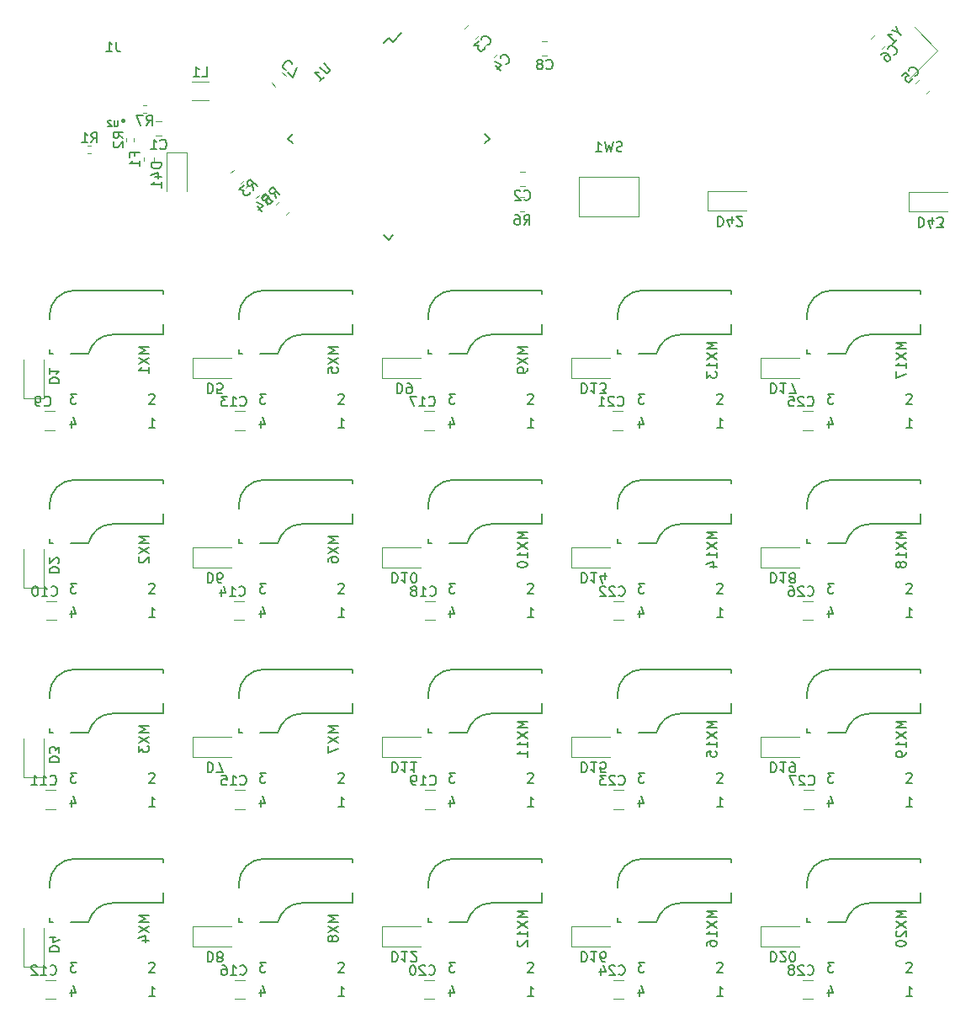
<source format=gbr>
%TF.GenerationSoftware,KiCad,Pcbnew,(6.0.4)*%
%TF.CreationDate,2022-05-24T19:18:06+02:00*%
%TF.ProjectId,MacroBoard-rounded,4d616372-6f42-46f6-9172-642d726f756e,rev?*%
%TF.SameCoordinates,Original*%
%TF.FileFunction,Legend,Bot*%
%TF.FilePolarity,Positive*%
%FSLAX46Y46*%
G04 Gerber Fmt 4.6, Leading zero omitted, Abs format (unit mm)*
G04 Created by KiCad (PCBNEW (6.0.4)) date 2022-05-24 19:18:06*
%MOMM*%
%LPD*%
G01*
G04 APERTURE LIST*
%ADD10C,0.150000*%
%ADD11C,0.120000*%
%ADD12C,0.400000*%
G04 APERTURE END LIST*
D10*
%TO.C,D21*%
X77327083Y-68508630D02*
X76708035Y-68508630D01*
X77041369Y-68889583D01*
X76898511Y-68889583D01*
X76803273Y-68937202D01*
X76755654Y-68984821D01*
X76708035Y-69080059D01*
X76708035Y-69318154D01*
X76755654Y-69413392D01*
X76803273Y-69461011D01*
X76898511Y-69508630D01*
X77184226Y-69508630D01*
X77279464Y-69461011D01*
X77327083Y-69413392D01*
X84645535Y-68603869D02*
X84693154Y-68556250D01*
X84788392Y-68508630D01*
X85026488Y-68508630D01*
X85121726Y-68556250D01*
X85169345Y-68603869D01*
X85216964Y-68699107D01*
X85216964Y-68794345D01*
X85169345Y-68937202D01*
X84597916Y-69508630D01*
X85216964Y-69508630D01*
X84645535Y-71889880D02*
X85216964Y-71889880D01*
X84931250Y-71889880D02*
X84931250Y-70889880D01*
X85026488Y-71032738D01*
X85121726Y-71127976D01*
X85216964Y-71175595D01*
X76803273Y-71223214D02*
X76803273Y-71889880D01*
X77041369Y-70842261D02*
X77279464Y-71556547D01*
X76660416Y-71556547D01*
%TO.C,MX10*%
X122689880Y-82375595D02*
X121689880Y-82375595D01*
X122404166Y-82708928D01*
X121689880Y-83042261D01*
X122689880Y-83042261D01*
X121689880Y-83423214D02*
X122689880Y-84089880D01*
X121689880Y-84089880D02*
X122689880Y-83423214D01*
X122689880Y-84994642D02*
X122689880Y-84423214D01*
X122689880Y-84708928D02*
X121689880Y-84708928D01*
X121832738Y-84613690D01*
X121927976Y-84518452D01*
X121975595Y-84423214D01*
X121689880Y-85613690D02*
X121689880Y-85708928D01*
X121737500Y-85804166D01*
X121785119Y-85851785D01*
X121880357Y-85899404D01*
X122070833Y-85947023D01*
X122308928Y-85947023D01*
X122499404Y-85899404D01*
X122594642Y-85851785D01*
X122642261Y-85804166D01*
X122689880Y-85708928D01*
X122689880Y-85613690D01*
X122642261Y-85518452D01*
X122594642Y-85470833D01*
X122499404Y-85423214D01*
X122308928Y-85375595D01*
X122070833Y-85375595D01*
X121880357Y-85423214D01*
X121785119Y-85470833D01*
X121737500Y-85518452D01*
X121689880Y-85613690D01*
%TO.C,D37*%
X160845535Y-71889880D02*
X161416964Y-71889880D01*
X161131250Y-71889880D02*
X161131250Y-70889880D01*
X161226488Y-71032738D01*
X161321726Y-71127976D01*
X161416964Y-71175595D01*
X160845535Y-68603869D02*
X160893154Y-68556250D01*
X160988392Y-68508630D01*
X161226488Y-68508630D01*
X161321726Y-68556250D01*
X161369345Y-68603869D01*
X161416964Y-68699107D01*
X161416964Y-68794345D01*
X161369345Y-68937202D01*
X160797916Y-69508630D01*
X161416964Y-69508630D01*
X153003273Y-71223214D02*
X153003273Y-71889880D01*
X153241369Y-70842261D02*
X153479464Y-71556547D01*
X152860416Y-71556547D01*
X153527083Y-68508630D02*
X152908035Y-68508630D01*
X153241369Y-68889583D01*
X153098511Y-68889583D01*
X153003273Y-68937202D01*
X152955654Y-68984821D01*
X152908035Y-69080059D01*
X152908035Y-69318154D01*
X152955654Y-69413392D01*
X153003273Y-69461011D01*
X153098511Y-69508630D01*
X153384226Y-69508630D01*
X153479464Y-69461011D01*
X153527083Y-69413392D01*
%TO.C,MX18*%
X160789880Y-82375595D02*
X159789880Y-82375595D01*
X160504166Y-82708928D01*
X159789880Y-83042261D01*
X160789880Y-83042261D01*
X159789880Y-83423214D02*
X160789880Y-84089880D01*
X159789880Y-84089880D02*
X160789880Y-83423214D01*
X160789880Y-84994642D02*
X160789880Y-84423214D01*
X160789880Y-84708928D02*
X159789880Y-84708928D01*
X159932738Y-84613690D01*
X160027976Y-84518452D01*
X160075595Y-84423214D01*
X160218452Y-85566071D02*
X160170833Y-85470833D01*
X160123214Y-85423214D01*
X160027976Y-85375595D01*
X159980357Y-85375595D01*
X159885119Y-85423214D01*
X159837500Y-85470833D01*
X159789880Y-85566071D01*
X159789880Y-85756547D01*
X159837500Y-85851785D01*
X159885119Y-85899404D01*
X159980357Y-85947023D01*
X160027976Y-85947023D01*
X160123214Y-85899404D01*
X160170833Y-85851785D01*
X160218452Y-85756547D01*
X160218452Y-85566071D01*
X160266071Y-85470833D01*
X160313690Y-85423214D01*
X160408928Y-85375595D01*
X160599404Y-85375595D01*
X160694642Y-85423214D01*
X160742261Y-85470833D01*
X160789880Y-85566071D01*
X160789880Y-85756547D01*
X160742261Y-85851785D01*
X160694642Y-85899404D01*
X160599404Y-85947023D01*
X160408928Y-85947023D01*
X160313690Y-85899404D01*
X160266071Y-85851785D01*
X160218452Y-85756547D01*
%TO.C,MX5*%
X103639880Y-63801785D02*
X102639880Y-63801785D01*
X103354166Y-64135119D01*
X102639880Y-64468452D01*
X103639880Y-64468452D01*
X102639880Y-64849404D02*
X103639880Y-65516071D01*
X102639880Y-65516071D02*
X103639880Y-64849404D01*
X102639880Y-66373214D02*
X102639880Y-65897023D01*
X103116071Y-65849404D01*
X103068452Y-65897023D01*
X103020833Y-65992261D01*
X103020833Y-66230357D01*
X103068452Y-66325595D01*
X103116071Y-66373214D01*
X103211309Y-66420833D01*
X103449404Y-66420833D01*
X103544642Y-66373214D01*
X103592261Y-66325595D01*
X103639880Y-66230357D01*
X103639880Y-65992261D01*
X103592261Y-65897023D01*
X103544642Y-65849404D01*
%TO.C,D32*%
X122745535Y-125753869D02*
X122793154Y-125706250D01*
X122888392Y-125658630D01*
X123126488Y-125658630D01*
X123221726Y-125706250D01*
X123269345Y-125753869D01*
X123316964Y-125849107D01*
X123316964Y-125944345D01*
X123269345Y-126087202D01*
X122697916Y-126658630D01*
X123316964Y-126658630D01*
X115427083Y-125658630D02*
X114808035Y-125658630D01*
X115141369Y-126039583D01*
X114998511Y-126039583D01*
X114903273Y-126087202D01*
X114855654Y-126134821D01*
X114808035Y-126230059D01*
X114808035Y-126468154D01*
X114855654Y-126563392D01*
X114903273Y-126611011D01*
X114998511Y-126658630D01*
X115284226Y-126658630D01*
X115379464Y-126611011D01*
X115427083Y-126563392D01*
X122745535Y-129039880D02*
X123316964Y-129039880D01*
X123031250Y-129039880D02*
X123031250Y-128039880D01*
X123126488Y-128182738D01*
X123221726Y-128277976D01*
X123316964Y-128325595D01*
X114903273Y-128373214D02*
X114903273Y-129039880D01*
X115141369Y-127992261D02*
X115379464Y-128706547D01*
X114760416Y-128706547D01*
%TO.C,D34*%
X141795535Y-90939880D02*
X142366964Y-90939880D01*
X142081250Y-90939880D02*
X142081250Y-89939880D01*
X142176488Y-90082738D01*
X142271726Y-90177976D01*
X142366964Y-90225595D01*
X134477083Y-87558630D02*
X133858035Y-87558630D01*
X134191369Y-87939583D01*
X134048511Y-87939583D01*
X133953273Y-87987202D01*
X133905654Y-88034821D01*
X133858035Y-88130059D01*
X133858035Y-88368154D01*
X133905654Y-88463392D01*
X133953273Y-88511011D01*
X134048511Y-88558630D01*
X134334226Y-88558630D01*
X134429464Y-88511011D01*
X134477083Y-88463392D01*
X141795535Y-87653869D02*
X141843154Y-87606250D01*
X141938392Y-87558630D01*
X142176488Y-87558630D01*
X142271726Y-87606250D01*
X142319345Y-87653869D01*
X142366964Y-87749107D01*
X142366964Y-87844345D01*
X142319345Y-87987202D01*
X141747916Y-88558630D01*
X142366964Y-88558630D01*
X133953273Y-90273214D02*
X133953273Y-90939880D01*
X134191369Y-89892261D02*
X134429464Y-90606547D01*
X133810416Y-90606547D01*
%TO.C,D23*%
X76803273Y-109323214D02*
X76803273Y-109989880D01*
X77041369Y-108942261D02*
X77279464Y-109656547D01*
X76660416Y-109656547D01*
X84645535Y-109989880D02*
X85216964Y-109989880D01*
X84931250Y-109989880D02*
X84931250Y-108989880D01*
X85026488Y-109132738D01*
X85121726Y-109227976D01*
X85216964Y-109275595D01*
X77327083Y-106608630D02*
X76708035Y-106608630D01*
X77041369Y-106989583D01*
X76898511Y-106989583D01*
X76803273Y-107037202D01*
X76755654Y-107084821D01*
X76708035Y-107180059D01*
X76708035Y-107418154D01*
X76755654Y-107513392D01*
X76803273Y-107561011D01*
X76898511Y-107608630D01*
X77184226Y-107608630D01*
X77279464Y-107561011D01*
X77327083Y-107513392D01*
X84645535Y-106703869D02*
X84693154Y-106656250D01*
X84788392Y-106608630D01*
X85026488Y-106608630D01*
X85121726Y-106656250D01*
X85169345Y-106703869D01*
X85216964Y-106799107D01*
X85216964Y-106894345D01*
X85169345Y-107037202D01*
X84597916Y-107608630D01*
X85216964Y-107608630D01*
%TO.C,D25*%
X96377083Y-68508630D02*
X95758035Y-68508630D01*
X96091369Y-68889583D01*
X95948511Y-68889583D01*
X95853273Y-68937202D01*
X95805654Y-68984821D01*
X95758035Y-69080059D01*
X95758035Y-69318154D01*
X95805654Y-69413392D01*
X95853273Y-69461011D01*
X95948511Y-69508630D01*
X96234226Y-69508630D01*
X96329464Y-69461011D01*
X96377083Y-69413392D01*
X95853273Y-71223214D02*
X95853273Y-71889880D01*
X96091369Y-70842261D02*
X96329464Y-71556547D01*
X95710416Y-71556547D01*
X103695535Y-68603869D02*
X103743154Y-68556250D01*
X103838392Y-68508630D01*
X104076488Y-68508630D01*
X104171726Y-68556250D01*
X104219345Y-68603869D01*
X104266964Y-68699107D01*
X104266964Y-68794345D01*
X104219345Y-68937202D01*
X103647916Y-69508630D01*
X104266964Y-69508630D01*
X103695535Y-71889880D02*
X104266964Y-71889880D01*
X103981250Y-71889880D02*
X103981250Y-70889880D01*
X104076488Y-71032738D01*
X104171726Y-71127976D01*
X104266964Y-71175595D01*
%TO.C,MX20*%
X160789880Y-120475595D02*
X159789880Y-120475595D01*
X160504166Y-120808928D01*
X159789880Y-121142261D01*
X160789880Y-121142261D01*
X159789880Y-121523214D02*
X160789880Y-122189880D01*
X159789880Y-122189880D02*
X160789880Y-121523214D01*
X159885119Y-122523214D02*
X159837500Y-122570833D01*
X159789880Y-122666071D01*
X159789880Y-122904166D01*
X159837500Y-122999404D01*
X159885119Y-123047023D01*
X159980357Y-123094642D01*
X160075595Y-123094642D01*
X160218452Y-123047023D01*
X160789880Y-122475595D01*
X160789880Y-123094642D01*
X159789880Y-123713690D02*
X159789880Y-123808928D01*
X159837500Y-123904166D01*
X159885119Y-123951785D01*
X159980357Y-123999404D01*
X160170833Y-124047023D01*
X160408928Y-124047023D01*
X160599404Y-123999404D01*
X160694642Y-123951785D01*
X160742261Y-123904166D01*
X160789880Y-123808928D01*
X160789880Y-123713690D01*
X160742261Y-123618452D01*
X160694642Y-123570833D01*
X160599404Y-123523214D01*
X160408928Y-123475595D01*
X160170833Y-123475595D01*
X159980357Y-123523214D01*
X159885119Y-123570833D01*
X159837500Y-123618452D01*
X159789880Y-123713690D01*
%TO.C,MX2*%
X84589880Y-82851785D02*
X83589880Y-82851785D01*
X84304166Y-83185119D01*
X83589880Y-83518452D01*
X84589880Y-83518452D01*
X83589880Y-83899404D02*
X84589880Y-84566071D01*
X83589880Y-84566071D02*
X84589880Y-83899404D01*
X83685119Y-84899404D02*
X83637500Y-84947023D01*
X83589880Y-85042261D01*
X83589880Y-85280357D01*
X83637500Y-85375595D01*
X83685119Y-85423214D01*
X83780357Y-85470833D01*
X83875595Y-85470833D01*
X84018452Y-85423214D01*
X84589880Y-84851785D01*
X84589880Y-85470833D01*
%TO.C,MX7*%
X103639880Y-101901785D02*
X102639880Y-101901785D01*
X103354166Y-102235119D01*
X102639880Y-102568452D01*
X103639880Y-102568452D01*
X102639880Y-102949404D02*
X103639880Y-103616071D01*
X102639880Y-103616071D02*
X103639880Y-102949404D01*
X102639880Y-103901785D02*
X102639880Y-104568452D01*
X103639880Y-104139880D01*
%TO.C,MX1*%
X84589880Y-63801785D02*
X83589880Y-63801785D01*
X84304166Y-64135119D01*
X83589880Y-64468452D01*
X84589880Y-64468452D01*
X83589880Y-64849404D02*
X84589880Y-65516071D01*
X83589880Y-65516071D02*
X84589880Y-64849404D01*
X84589880Y-66420833D02*
X84589880Y-65849404D01*
X84589880Y-66135119D02*
X83589880Y-66135119D01*
X83732738Y-66039880D01*
X83827976Y-65944642D01*
X83875595Y-65849404D01*
%TO.C,MX3*%
X84589880Y-101901785D02*
X83589880Y-101901785D01*
X84304166Y-102235119D01*
X83589880Y-102568452D01*
X84589880Y-102568452D01*
X83589880Y-102949404D02*
X84589880Y-103616071D01*
X83589880Y-103616071D02*
X84589880Y-102949404D01*
X83589880Y-103901785D02*
X83589880Y-104520833D01*
X83970833Y-104187500D01*
X83970833Y-104330357D01*
X84018452Y-104425595D01*
X84066071Y-104473214D01*
X84161309Y-104520833D01*
X84399404Y-104520833D01*
X84494642Y-104473214D01*
X84542261Y-104425595D01*
X84589880Y-104330357D01*
X84589880Y-104044642D01*
X84542261Y-103949404D01*
X84494642Y-103901785D01*
%TO.C,MX6*%
X103639880Y-82851785D02*
X102639880Y-82851785D01*
X103354166Y-83185119D01*
X102639880Y-83518452D01*
X103639880Y-83518452D01*
X102639880Y-83899404D02*
X103639880Y-84566071D01*
X102639880Y-84566071D02*
X103639880Y-83899404D01*
X102639880Y-85375595D02*
X102639880Y-85185119D01*
X102687500Y-85089880D01*
X102735119Y-85042261D01*
X102877976Y-84947023D01*
X103068452Y-84899404D01*
X103449404Y-84899404D01*
X103544642Y-84947023D01*
X103592261Y-84994642D01*
X103639880Y-85089880D01*
X103639880Y-85280357D01*
X103592261Y-85375595D01*
X103544642Y-85423214D01*
X103449404Y-85470833D01*
X103211309Y-85470833D01*
X103116071Y-85423214D01*
X103068452Y-85375595D01*
X103020833Y-85280357D01*
X103020833Y-85089880D01*
X103068452Y-84994642D01*
X103116071Y-84947023D01*
X103211309Y-84899404D01*
%TO.C,MX17*%
X160789880Y-63325595D02*
X159789880Y-63325595D01*
X160504166Y-63658928D01*
X159789880Y-63992261D01*
X160789880Y-63992261D01*
X159789880Y-64373214D02*
X160789880Y-65039880D01*
X159789880Y-65039880D02*
X160789880Y-64373214D01*
X160789880Y-65944642D02*
X160789880Y-65373214D01*
X160789880Y-65658928D02*
X159789880Y-65658928D01*
X159932738Y-65563690D01*
X160027976Y-65468452D01*
X160075595Y-65373214D01*
X159789880Y-66277976D02*
X159789880Y-66944642D01*
X160789880Y-66516071D01*
%TO.C,MX11*%
X122689880Y-101425595D02*
X121689880Y-101425595D01*
X122404166Y-101758928D01*
X121689880Y-102092261D01*
X122689880Y-102092261D01*
X121689880Y-102473214D02*
X122689880Y-103139880D01*
X121689880Y-103139880D02*
X122689880Y-102473214D01*
X122689880Y-104044642D02*
X122689880Y-103473214D01*
X122689880Y-103758928D02*
X121689880Y-103758928D01*
X121832738Y-103663690D01*
X121927976Y-103568452D01*
X121975595Y-103473214D01*
X122689880Y-104997023D02*
X122689880Y-104425595D01*
X122689880Y-104711309D02*
X121689880Y-104711309D01*
X121832738Y-104616071D01*
X121927976Y-104520833D01*
X121975595Y-104425595D01*
%TO.C,MX9*%
X122689880Y-63801785D02*
X121689880Y-63801785D01*
X122404166Y-64135119D01*
X121689880Y-64468452D01*
X122689880Y-64468452D01*
X121689880Y-64849404D02*
X122689880Y-65516071D01*
X121689880Y-65516071D02*
X122689880Y-64849404D01*
X122689880Y-65944642D02*
X122689880Y-66135119D01*
X122642261Y-66230357D01*
X122594642Y-66277976D01*
X122451785Y-66373214D01*
X122261309Y-66420833D01*
X121880357Y-66420833D01*
X121785119Y-66373214D01*
X121737500Y-66325595D01*
X121689880Y-66230357D01*
X121689880Y-66039880D01*
X121737500Y-65944642D01*
X121785119Y-65897023D01*
X121880357Y-65849404D01*
X122118452Y-65849404D01*
X122213690Y-65897023D01*
X122261309Y-65944642D01*
X122308928Y-66039880D01*
X122308928Y-66230357D01*
X122261309Y-66325595D01*
X122213690Y-66373214D01*
X122118452Y-66420833D01*
%TO.C,MX16*%
X141739880Y-120475595D02*
X140739880Y-120475595D01*
X141454166Y-120808928D01*
X140739880Y-121142261D01*
X141739880Y-121142261D01*
X140739880Y-121523214D02*
X141739880Y-122189880D01*
X140739880Y-122189880D02*
X141739880Y-121523214D01*
X141739880Y-123094642D02*
X141739880Y-122523214D01*
X141739880Y-122808928D02*
X140739880Y-122808928D01*
X140882738Y-122713690D01*
X140977976Y-122618452D01*
X141025595Y-122523214D01*
X140739880Y-123951785D02*
X140739880Y-123761309D01*
X140787500Y-123666071D01*
X140835119Y-123618452D01*
X140977976Y-123523214D01*
X141168452Y-123475595D01*
X141549404Y-123475595D01*
X141644642Y-123523214D01*
X141692261Y-123570833D01*
X141739880Y-123666071D01*
X141739880Y-123856547D01*
X141692261Y-123951785D01*
X141644642Y-123999404D01*
X141549404Y-124047023D01*
X141311309Y-124047023D01*
X141216071Y-123999404D01*
X141168452Y-123951785D01*
X141120833Y-123856547D01*
X141120833Y-123666071D01*
X141168452Y-123570833D01*
X141216071Y-123523214D01*
X141311309Y-123475595D01*
%TO.C,D26*%
X103695535Y-90939880D02*
X104266964Y-90939880D01*
X103981250Y-90939880D02*
X103981250Y-89939880D01*
X104076488Y-90082738D01*
X104171726Y-90177976D01*
X104266964Y-90225595D01*
X103695535Y-87653869D02*
X103743154Y-87606250D01*
X103838392Y-87558630D01*
X104076488Y-87558630D01*
X104171726Y-87606250D01*
X104219345Y-87653869D01*
X104266964Y-87749107D01*
X104266964Y-87844345D01*
X104219345Y-87987202D01*
X103647916Y-88558630D01*
X104266964Y-88558630D01*
X95853273Y-90273214D02*
X95853273Y-90939880D01*
X96091369Y-89892261D02*
X96329464Y-90606547D01*
X95710416Y-90606547D01*
X96377083Y-87558630D02*
X95758035Y-87558630D01*
X96091369Y-87939583D01*
X95948511Y-87939583D01*
X95853273Y-87987202D01*
X95805654Y-88034821D01*
X95758035Y-88130059D01*
X95758035Y-88368154D01*
X95805654Y-88463392D01*
X95853273Y-88511011D01*
X95948511Y-88558630D01*
X96234226Y-88558630D01*
X96329464Y-88511011D01*
X96377083Y-88463392D01*
%TO.C,D38*%
X153003273Y-90273214D02*
X153003273Y-90939880D01*
X153241369Y-89892261D02*
X153479464Y-90606547D01*
X152860416Y-90606547D01*
X160845535Y-87653869D02*
X160893154Y-87606250D01*
X160988392Y-87558630D01*
X161226488Y-87558630D01*
X161321726Y-87606250D01*
X161369345Y-87653869D01*
X161416964Y-87749107D01*
X161416964Y-87844345D01*
X161369345Y-87987202D01*
X160797916Y-88558630D01*
X161416964Y-88558630D01*
X160845535Y-90939880D02*
X161416964Y-90939880D01*
X161131250Y-90939880D02*
X161131250Y-89939880D01*
X161226488Y-90082738D01*
X161321726Y-90177976D01*
X161416964Y-90225595D01*
X153527083Y-87558630D02*
X152908035Y-87558630D01*
X153241369Y-87939583D01*
X153098511Y-87939583D01*
X153003273Y-87987202D01*
X152955654Y-88034821D01*
X152908035Y-88130059D01*
X152908035Y-88368154D01*
X152955654Y-88463392D01*
X153003273Y-88511011D01*
X153098511Y-88558630D01*
X153384226Y-88558630D01*
X153479464Y-88511011D01*
X153527083Y-88463392D01*
%TO.C,D24*%
X77327083Y-125658630D02*
X76708035Y-125658630D01*
X77041369Y-126039583D01*
X76898511Y-126039583D01*
X76803273Y-126087202D01*
X76755654Y-126134821D01*
X76708035Y-126230059D01*
X76708035Y-126468154D01*
X76755654Y-126563392D01*
X76803273Y-126611011D01*
X76898511Y-126658630D01*
X77184226Y-126658630D01*
X77279464Y-126611011D01*
X77327083Y-126563392D01*
X84645535Y-129039880D02*
X85216964Y-129039880D01*
X84931250Y-129039880D02*
X84931250Y-128039880D01*
X85026488Y-128182738D01*
X85121726Y-128277976D01*
X85216964Y-128325595D01*
X84645535Y-125753869D02*
X84693154Y-125706250D01*
X84788392Y-125658630D01*
X85026488Y-125658630D01*
X85121726Y-125706250D01*
X85169345Y-125753869D01*
X85216964Y-125849107D01*
X85216964Y-125944345D01*
X85169345Y-126087202D01*
X84597916Y-126658630D01*
X85216964Y-126658630D01*
X76803273Y-128373214D02*
X76803273Y-129039880D01*
X77041369Y-127992261D02*
X77279464Y-128706547D01*
X76660416Y-128706547D01*
%TO.C,D22*%
X84645535Y-90939880D02*
X85216964Y-90939880D01*
X84931250Y-90939880D02*
X84931250Y-89939880D01*
X85026488Y-90082738D01*
X85121726Y-90177976D01*
X85216964Y-90225595D01*
X77327083Y-87558630D02*
X76708035Y-87558630D01*
X77041369Y-87939583D01*
X76898511Y-87939583D01*
X76803273Y-87987202D01*
X76755654Y-88034821D01*
X76708035Y-88130059D01*
X76708035Y-88368154D01*
X76755654Y-88463392D01*
X76803273Y-88511011D01*
X76898511Y-88558630D01*
X77184226Y-88558630D01*
X77279464Y-88511011D01*
X77327083Y-88463392D01*
X76803273Y-90273214D02*
X76803273Y-90939880D01*
X77041369Y-89892261D02*
X77279464Y-90606547D01*
X76660416Y-90606547D01*
X84645535Y-87653869D02*
X84693154Y-87606250D01*
X84788392Y-87558630D01*
X85026488Y-87558630D01*
X85121726Y-87606250D01*
X85169345Y-87653869D01*
X85216964Y-87749107D01*
X85216964Y-87844345D01*
X85169345Y-87987202D01*
X84597916Y-88558630D01*
X85216964Y-88558630D01*
%TO.C,D36*%
X141795535Y-125753869D02*
X141843154Y-125706250D01*
X141938392Y-125658630D01*
X142176488Y-125658630D01*
X142271726Y-125706250D01*
X142319345Y-125753869D01*
X142366964Y-125849107D01*
X142366964Y-125944345D01*
X142319345Y-126087202D01*
X141747916Y-126658630D01*
X142366964Y-126658630D01*
X141795535Y-129039880D02*
X142366964Y-129039880D01*
X142081250Y-129039880D02*
X142081250Y-128039880D01*
X142176488Y-128182738D01*
X142271726Y-128277976D01*
X142366964Y-128325595D01*
X133953273Y-128373214D02*
X133953273Y-129039880D01*
X134191369Y-127992261D02*
X134429464Y-128706547D01*
X133810416Y-128706547D01*
X134477083Y-125658630D02*
X133858035Y-125658630D01*
X134191369Y-126039583D01*
X134048511Y-126039583D01*
X133953273Y-126087202D01*
X133905654Y-126134821D01*
X133858035Y-126230059D01*
X133858035Y-126468154D01*
X133905654Y-126563392D01*
X133953273Y-126611011D01*
X134048511Y-126658630D01*
X134334226Y-126658630D01*
X134429464Y-126611011D01*
X134477083Y-126563392D01*
%TO.C,MX19*%
X160789880Y-101425595D02*
X159789880Y-101425595D01*
X160504166Y-101758928D01*
X159789880Y-102092261D01*
X160789880Y-102092261D01*
X159789880Y-102473214D02*
X160789880Y-103139880D01*
X159789880Y-103139880D02*
X160789880Y-102473214D01*
X160789880Y-104044642D02*
X160789880Y-103473214D01*
X160789880Y-103758928D02*
X159789880Y-103758928D01*
X159932738Y-103663690D01*
X160027976Y-103568452D01*
X160075595Y-103473214D01*
X160789880Y-104520833D02*
X160789880Y-104711309D01*
X160742261Y-104806547D01*
X160694642Y-104854166D01*
X160551785Y-104949404D01*
X160361309Y-104997023D01*
X159980357Y-104997023D01*
X159885119Y-104949404D01*
X159837500Y-104901785D01*
X159789880Y-104806547D01*
X159789880Y-104616071D01*
X159837500Y-104520833D01*
X159885119Y-104473214D01*
X159980357Y-104425595D01*
X160218452Y-104425595D01*
X160313690Y-104473214D01*
X160361309Y-104520833D01*
X160408928Y-104616071D01*
X160408928Y-104806547D01*
X160361309Y-104901785D01*
X160313690Y-104949404D01*
X160218452Y-104997023D01*
%TO.C,MX12*%
X122689880Y-120475595D02*
X121689880Y-120475595D01*
X122404166Y-120808928D01*
X121689880Y-121142261D01*
X122689880Y-121142261D01*
X121689880Y-121523214D02*
X122689880Y-122189880D01*
X121689880Y-122189880D02*
X122689880Y-121523214D01*
X122689880Y-123094642D02*
X122689880Y-122523214D01*
X122689880Y-122808928D02*
X121689880Y-122808928D01*
X121832738Y-122713690D01*
X121927976Y-122618452D01*
X121975595Y-122523214D01*
X121785119Y-123475595D02*
X121737500Y-123523214D01*
X121689880Y-123618452D01*
X121689880Y-123856547D01*
X121737500Y-123951785D01*
X121785119Y-123999404D01*
X121880357Y-124047023D01*
X121975595Y-124047023D01*
X122118452Y-123999404D01*
X122689880Y-123427976D01*
X122689880Y-124047023D01*
%TO.C,D33*%
X133953273Y-71223214D02*
X133953273Y-71889880D01*
X134191369Y-70842261D02*
X134429464Y-71556547D01*
X133810416Y-71556547D01*
X141795535Y-71889880D02*
X142366964Y-71889880D01*
X142081250Y-71889880D02*
X142081250Y-70889880D01*
X142176488Y-71032738D01*
X142271726Y-71127976D01*
X142366964Y-71175595D01*
X141795535Y-68603869D02*
X141843154Y-68556250D01*
X141938392Y-68508630D01*
X142176488Y-68508630D01*
X142271726Y-68556250D01*
X142319345Y-68603869D01*
X142366964Y-68699107D01*
X142366964Y-68794345D01*
X142319345Y-68937202D01*
X141747916Y-69508630D01*
X142366964Y-69508630D01*
X134477083Y-68508630D02*
X133858035Y-68508630D01*
X134191369Y-68889583D01*
X134048511Y-68889583D01*
X133953273Y-68937202D01*
X133905654Y-68984821D01*
X133858035Y-69080059D01*
X133858035Y-69318154D01*
X133905654Y-69413392D01*
X133953273Y-69461011D01*
X134048511Y-69508630D01*
X134334226Y-69508630D01*
X134429464Y-69461011D01*
X134477083Y-69413392D01*
%TO.C,MX8*%
X103639880Y-120951785D02*
X102639880Y-120951785D01*
X103354166Y-121285119D01*
X102639880Y-121618452D01*
X103639880Y-121618452D01*
X102639880Y-121999404D02*
X103639880Y-122666071D01*
X102639880Y-122666071D02*
X103639880Y-121999404D01*
X103068452Y-123189880D02*
X103020833Y-123094642D01*
X102973214Y-123047023D01*
X102877976Y-122999404D01*
X102830357Y-122999404D01*
X102735119Y-123047023D01*
X102687500Y-123094642D01*
X102639880Y-123189880D01*
X102639880Y-123380357D01*
X102687500Y-123475595D01*
X102735119Y-123523214D01*
X102830357Y-123570833D01*
X102877976Y-123570833D01*
X102973214Y-123523214D01*
X103020833Y-123475595D01*
X103068452Y-123380357D01*
X103068452Y-123189880D01*
X103116071Y-123094642D01*
X103163690Y-123047023D01*
X103258928Y-122999404D01*
X103449404Y-122999404D01*
X103544642Y-123047023D01*
X103592261Y-123094642D01*
X103639880Y-123189880D01*
X103639880Y-123380357D01*
X103592261Y-123475595D01*
X103544642Y-123523214D01*
X103449404Y-123570833D01*
X103258928Y-123570833D01*
X103163690Y-123523214D01*
X103116071Y-123475595D01*
X103068452Y-123380357D01*
%TO.C,D39*%
X160845535Y-106703869D02*
X160893154Y-106656250D01*
X160988392Y-106608630D01*
X161226488Y-106608630D01*
X161321726Y-106656250D01*
X161369345Y-106703869D01*
X161416964Y-106799107D01*
X161416964Y-106894345D01*
X161369345Y-107037202D01*
X160797916Y-107608630D01*
X161416964Y-107608630D01*
X160845535Y-109989880D02*
X161416964Y-109989880D01*
X161131250Y-109989880D02*
X161131250Y-108989880D01*
X161226488Y-109132738D01*
X161321726Y-109227976D01*
X161416964Y-109275595D01*
X153003273Y-109323214D02*
X153003273Y-109989880D01*
X153241369Y-108942261D02*
X153479464Y-109656547D01*
X152860416Y-109656547D01*
X153527083Y-106608630D02*
X152908035Y-106608630D01*
X153241369Y-106989583D01*
X153098511Y-106989583D01*
X153003273Y-107037202D01*
X152955654Y-107084821D01*
X152908035Y-107180059D01*
X152908035Y-107418154D01*
X152955654Y-107513392D01*
X153003273Y-107561011D01*
X153098511Y-107608630D01*
X153384226Y-107608630D01*
X153479464Y-107561011D01*
X153527083Y-107513392D01*
%TO.C,D30*%
X122745535Y-87653869D02*
X122793154Y-87606250D01*
X122888392Y-87558630D01*
X123126488Y-87558630D01*
X123221726Y-87606250D01*
X123269345Y-87653869D01*
X123316964Y-87749107D01*
X123316964Y-87844345D01*
X123269345Y-87987202D01*
X122697916Y-88558630D01*
X123316964Y-88558630D01*
X114903273Y-90273214D02*
X114903273Y-90939880D01*
X115141369Y-89892261D02*
X115379464Y-90606547D01*
X114760416Y-90606547D01*
X122745535Y-90939880D02*
X123316964Y-90939880D01*
X123031250Y-90939880D02*
X123031250Y-89939880D01*
X123126488Y-90082738D01*
X123221726Y-90177976D01*
X123316964Y-90225595D01*
X115427083Y-87558630D02*
X114808035Y-87558630D01*
X115141369Y-87939583D01*
X114998511Y-87939583D01*
X114903273Y-87987202D01*
X114855654Y-88034821D01*
X114808035Y-88130059D01*
X114808035Y-88368154D01*
X114855654Y-88463392D01*
X114903273Y-88511011D01*
X114998511Y-88558630D01*
X115284226Y-88558630D01*
X115379464Y-88511011D01*
X115427083Y-88463392D01*
%TO.C,MX4*%
X84589880Y-120951785D02*
X83589880Y-120951785D01*
X84304166Y-121285119D01*
X83589880Y-121618452D01*
X84589880Y-121618452D01*
X83589880Y-121999404D02*
X84589880Y-122666071D01*
X83589880Y-122666071D02*
X84589880Y-121999404D01*
X83923214Y-123475595D02*
X84589880Y-123475595D01*
X83542261Y-123237500D02*
X84256547Y-122999404D01*
X84256547Y-123618452D01*
%TO.C,D27*%
X96377083Y-106608630D02*
X95758035Y-106608630D01*
X96091369Y-106989583D01*
X95948511Y-106989583D01*
X95853273Y-107037202D01*
X95805654Y-107084821D01*
X95758035Y-107180059D01*
X95758035Y-107418154D01*
X95805654Y-107513392D01*
X95853273Y-107561011D01*
X95948511Y-107608630D01*
X96234226Y-107608630D01*
X96329464Y-107561011D01*
X96377083Y-107513392D01*
X103695535Y-106703869D02*
X103743154Y-106656250D01*
X103838392Y-106608630D01*
X104076488Y-106608630D01*
X104171726Y-106656250D01*
X104219345Y-106703869D01*
X104266964Y-106799107D01*
X104266964Y-106894345D01*
X104219345Y-107037202D01*
X103647916Y-107608630D01*
X104266964Y-107608630D01*
X95853273Y-109323214D02*
X95853273Y-109989880D01*
X96091369Y-108942261D02*
X96329464Y-109656547D01*
X95710416Y-109656547D01*
X103695535Y-109989880D02*
X104266964Y-109989880D01*
X103981250Y-109989880D02*
X103981250Y-108989880D01*
X104076488Y-109132738D01*
X104171726Y-109227976D01*
X104266964Y-109275595D01*
%TO.C,D40*%
X160845535Y-129039880D02*
X161416964Y-129039880D01*
X161131250Y-129039880D02*
X161131250Y-128039880D01*
X161226488Y-128182738D01*
X161321726Y-128277976D01*
X161416964Y-128325595D01*
X160845535Y-125753869D02*
X160893154Y-125706250D01*
X160988392Y-125658630D01*
X161226488Y-125658630D01*
X161321726Y-125706250D01*
X161369345Y-125753869D01*
X161416964Y-125849107D01*
X161416964Y-125944345D01*
X161369345Y-126087202D01*
X160797916Y-126658630D01*
X161416964Y-126658630D01*
X153003273Y-128373214D02*
X153003273Y-129039880D01*
X153241369Y-127992261D02*
X153479464Y-128706547D01*
X152860416Y-128706547D01*
X153527083Y-125658630D02*
X152908035Y-125658630D01*
X153241369Y-126039583D01*
X153098511Y-126039583D01*
X153003273Y-126087202D01*
X152955654Y-126134821D01*
X152908035Y-126230059D01*
X152908035Y-126468154D01*
X152955654Y-126563392D01*
X153003273Y-126611011D01*
X153098511Y-126658630D01*
X153384226Y-126658630D01*
X153479464Y-126611011D01*
X153527083Y-126563392D01*
%TO.C,MX14*%
X141739880Y-82375595D02*
X140739880Y-82375595D01*
X141454166Y-82708928D01*
X140739880Y-83042261D01*
X141739880Y-83042261D01*
X140739880Y-83423214D02*
X141739880Y-84089880D01*
X140739880Y-84089880D02*
X141739880Y-83423214D01*
X141739880Y-84994642D02*
X141739880Y-84423214D01*
X141739880Y-84708928D02*
X140739880Y-84708928D01*
X140882738Y-84613690D01*
X140977976Y-84518452D01*
X141025595Y-84423214D01*
X141073214Y-85851785D02*
X141739880Y-85851785D01*
X140692261Y-85613690D02*
X141406547Y-85375595D01*
X141406547Y-85994642D01*
%TO.C,D29*%
X115427083Y-68508630D02*
X114808035Y-68508630D01*
X115141369Y-68889583D01*
X114998511Y-68889583D01*
X114903273Y-68937202D01*
X114855654Y-68984821D01*
X114808035Y-69080059D01*
X114808035Y-69318154D01*
X114855654Y-69413392D01*
X114903273Y-69461011D01*
X114998511Y-69508630D01*
X115284226Y-69508630D01*
X115379464Y-69461011D01*
X115427083Y-69413392D01*
X122745535Y-71889880D02*
X123316964Y-71889880D01*
X123031250Y-71889880D02*
X123031250Y-70889880D01*
X123126488Y-71032738D01*
X123221726Y-71127976D01*
X123316964Y-71175595D01*
X114903273Y-71223214D02*
X114903273Y-71889880D01*
X115141369Y-70842261D02*
X115379464Y-71556547D01*
X114760416Y-71556547D01*
X122745535Y-68603869D02*
X122793154Y-68556250D01*
X122888392Y-68508630D01*
X123126488Y-68508630D01*
X123221726Y-68556250D01*
X123269345Y-68603869D01*
X123316964Y-68699107D01*
X123316964Y-68794345D01*
X123269345Y-68937202D01*
X122697916Y-69508630D01*
X123316964Y-69508630D01*
%TO.C,MX13*%
X141739880Y-63325595D02*
X140739880Y-63325595D01*
X141454166Y-63658928D01*
X140739880Y-63992261D01*
X141739880Y-63992261D01*
X140739880Y-64373214D02*
X141739880Y-65039880D01*
X140739880Y-65039880D02*
X141739880Y-64373214D01*
X141739880Y-65944642D02*
X141739880Y-65373214D01*
X141739880Y-65658928D02*
X140739880Y-65658928D01*
X140882738Y-65563690D01*
X140977976Y-65468452D01*
X141025595Y-65373214D01*
X140739880Y-66277976D02*
X140739880Y-66897023D01*
X141120833Y-66563690D01*
X141120833Y-66706547D01*
X141168452Y-66801785D01*
X141216071Y-66849404D01*
X141311309Y-66897023D01*
X141549404Y-66897023D01*
X141644642Y-66849404D01*
X141692261Y-66801785D01*
X141739880Y-66706547D01*
X141739880Y-66420833D01*
X141692261Y-66325595D01*
X141644642Y-66277976D01*
%TO.C,MX15*%
X141739880Y-101425595D02*
X140739880Y-101425595D01*
X141454166Y-101758928D01*
X140739880Y-102092261D01*
X141739880Y-102092261D01*
X140739880Y-102473214D02*
X141739880Y-103139880D01*
X140739880Y-103139880D02*
X141739880Y-102473214D01*
X141739880Y-104044642D02*
X141739880Y-103473214D01*
X141739880Y-103758928D02*
X140739880Y-103758928D01*
X140882738Y-103663690D01*
X140977976Y-103568452D01*
X141025595Y-103473214D01*
X140739880Y-104949404D02*
X140739880Y-104473214D01*
X141216071Y-104425595D01*
X141168452Y-104473214D01*
X141120833Y-104568452D01*
X141120833Y-104806547D01*
X141168452Y-104901785D01*
X141216071Y-104949404D01*
X141311309Y-104997023D01*
X141549404Y-104997023D01*
X141644642Y-104949404D01*
X141692261Y-104901785D01*
X141739880Y-104806547D01*
X141739880Y-104568452D01*
X141692261Y-104473214D01*
X141644642Y-104425595D01*
%TO.C,D35*%
X141795535Y-109989880D02*
X142366964Y-109989880D01*
X142081250Y-109989880D02*
X142081250Y-108989880D01*
X142176488Y-109132738D01*
X142271726Y-109227976D01*
X142366964Y-109275595D01*
X141795535Y-106703869D02*
X141843154Y-106656250D01*
X141938392Y-106608630D01*
X142176488Y-106608630D01*
X142271726Y-106656250D01*
X142319345Y-106703869D01*
X142366964Y-106799107D01*
X142366964Y-106894345D01*
X142319345Y-107037202D01*
X141747916Y-107608630D01*
X142366964Y-107608630D01*
X133953273Y-109323214D02*
X133953273Y-109989880D01*
X134191369Y-108942261D02*
X134429464Y-109656547D01*
X133810416Y-109656547D01*
X134477083Y-106608630D02*
X133858035Y-106608630D01*
X134191369Y-106989583D01*
X134048511Y-106989583D01*
X133953273Y-107037202D01*
X133905654Y-107084821D01*
X133858035Y-107180059D01*
X133858035Y-107418154D01*
X133905654Y-107513392D01*
X133953273Y-107561011D01*
X134048511Y-107608630D01*
X134334226Y-107608630D01*
X134429464Y-107561011D01*
X134477083Y-107513392D01*
%TO.C,D28*%
X96377083Y-125658630D02*
X95758035Y-125658630D01*
X96091369Y-126039583D01*
X95948511Y-126039583D01*
X95853273Y-126087202D01*
X95805654Y-126134821D01*
X95758035Y-126230059D01*
X95758035Y-126468154D01*
X95805654Y-126563392D01*
X95853273Y-126611011D01*
X95948511Y-126658630D01*
X96234226Y-126658630D01*
X96329464Y-126611011D01*
X96377083Y-126563392D01*
X103695535Y-129039880D02*
X104266964Y-129039880D01*
X103981250Y-129039880D02*
X103981250Y-128039880D01*
X104076488Y-128182738D01*
X104171726Y-128277976D01*
X104266964Y-128325595D01*
X95853273Y-128373214D02*
X95853273Y-129039880D01*
X96091369Y-127992261D02*
X96329464Y-128706547D01*
X95710416Y-128706547D01*
X103695535Y-125753869D02*
X103743154Y-125706250D01*
X103838392Y-125658630D01*
X104076488Y-125658630D01*
X104171726Y-125706250D01*
X104219345Y-125753869D01*
X104266964Y-125849107D01*
X104266964Y-125944345D01*
X104219345Y-126087202D01*
X103647916Y-126658630D01*
X104266964Y-126658630D01*
%TO.C,D31*%
X115427083Y-106608630D02*
X114808035Y-106608630D01*
X115141369Y-106989583D01*
X114998511Y-106989583D01*
X114903273Y-107037202D01*
X114855654Y-107084821D01*
X114808035Y-107180059D01*
X114808035Y-107418154D01*
X114855654Y-107513392D01*
X114903273Y-107561011D01*
X114998511Y-107608630D01*
X115284226Y-107608630D01*
X115379464Y-107561011D01*
X115427083Y-107513392D01*
X122745535Y-109989880D02*
X123316964Y-109989880D01*
X123031250Y-109989880D02*
X123031250Y-108989880D01*
X123126488Y-109132738D01*
X123221726Y-109227976D01*
X123316964Y-109275595D01*
X114903273Y-109323214D02*
X114903273Y-109989880D01*
X115141369Y-108942261D02*
X115379464Y-109656547D01*
X114760416Y-109656547D01*
X122745535Y-106703869D02*
X122793154Y-106656250D01*
X122888392Y-106608630D01*
X123126488Y-106608630D01*
X123221726Y-106656250D01*
X123269345Y-106703869D01*
X123316964Y-106799107D01*
X123316964Y-106894345D01*
X123269345Y-107037202D01*
X122697916Y-107608630D01*
X123316964Y-107608630D01*
%TO.C,C10*%
X74792857Y-88757142D02*
X74840476Y-88804761D01*
X74983333Y-88852380D01*
X75078571Y-88852380D01*
X75221428Y-88804761D01*
X75316666Y-88709523D01*
X75364285Y-88614285D01*
X75411904Y-88423809D01*
X75411904Y-88280952D01*
X75364285Y-88090476D01*
X75316666Y-87995238D01*
X75221428Y-87900000D01*
X75078571Y-87852380D01*
X74983333Y-87852380D01*
X74840476Y-87900000D01*
X74792857Y-87947619D01*
X73840476Y-88852380D02*
X74411904Y-88852380D01*
X74126190Y-88852380D02*
X74126190Y-87852380D01*
X74221428Y-87995238D01*
X74316666Y-88090476D01*
X74411904Y-88138095D01*
X73221428Y-87852380D02*
X73126190Y-87852380D01*
X73030952Y-87900000D01*
X72983333Y-87947619D01*
X72935714Y-88042857D01*
X72888095Y-88233333D01*
X72888095Y-88471428D01*
X72935714Y-88661904D01*
X72983333Y-88757142D01*
X73030952Y-88804761D01*
X73126190Y-88852380D01*
X73221428Y-88852380D01*
X73316666Y-88804761D01*
X73364285Y-88757142D01*
X73411904Y-88661904D01*
X73459523Y-88471428D01*
X73459523Y-88233333D01*
X73411904Y-88042857D01*
X73364285Y-87947619D01*
X73316666Y-87900000D01*
X73221428Y-87852380D01*
%TO.C,D42*%
X141854464Y-50672619D02*
X141854464Y-51672619D01*
X142092559Y-51672619D01*
X142235416Y-51625000D01*
X142330654Y-51529761D01*
X142378273Y-51434523D01*
X142425892Y-51244047D01*
X142425892Y-51101190D01*
X142378273Y-50910714D01*
X142330654Y-50815476D01*
X142235416Y-50720238D01*
X142092559Y-50672619D01*
X141854464Y-50672619D01*
X143283035Y-51339285D02*
X143283035Y-50672619D01*
X143044940Y-51720238D02*
X142806845Y-51005952D01*
X143425892Y-51005952D01*
X143759226Y-51577380D02*
X143806845Y-51625000D01*
X143902083Y-51672619D01*
X144140178Y-51672619D01*
X144235416Y-51625000D01*
X144283035Y-51577380D01*
X144330654Y-51482142D01*
X144330654Y-51386904D01*
X144283035Y-51244047D01*
X143711607Y-50672619D01*
X144330654Y-50672619D01*
%TO.C,R1*%
X78816666Y-43232380D02*
X79150000Y-42756190D01*
X79388095Y-43232380D02*
X79388095Y-42232380D01*
X79007142Y-42232380D01*
X78911904Y-42280000D01*
X78864285Y-42327619D01*
X78816666Y-42422857D01*
X78816666Y-42565714D01*
X78864285Y-42660952D01*
X78911904Y-42708571D01*
X79007142Y-42756190D01*
X79388095Y-42756190D01*
X77864285Y-43232380D02*
X78435714Y-43232380D01*
X78150000Y-43232380D02*
X78150000Y-42232380D01*
X78245238Y-42375238D01*
X78340476Y-42470476D01*
X78435714Y-42518095D01*
%TO.C,C14*%
X93692857Y-88757142D02*
X93740476Y-88804761D01*
X93883333Y-88852380D01*
X93978571Y-88852380D01*
X94121428Y-88804761D01*
X94216666Y-88709523D01*
X94264285Y-88614285D01*
X94311904Y-88423809D01*
X94311904Y-88280952D01*
X94264285Y-88090476D01*
X94216666Y-87995238D01*
X94121428Y-87900000D01*
X93978571Y-87852380D01*
X93883333Y-87852380D01*
X93740476Y-87900000D01*
X93692857Y-87947619D01*
X92740476Y-88852380D02*
X93311904Y-88852380D01*
X93026190Y-88852380D02*
X93026190Y-87852380D01*
X93121428Y-87995238D01*
X93216666Y-88090476D01*
X93311904Y-88138095D01*
X91883333Y-88185714D02*
X91883333Y-88852380D01*
X92121428Y-87804761D02*
X92359523Y-88519047D01*
X91740476Y-88519047D01*
%TO.C,C21*%
X131792857Y-69657142D02*
X131840476Y-69704761D01*
X131983333Y-69752380D01*
X132078571Y-69752380D01*
X132221428Y-69704761D01*
X132316666Y-69609523D01*
X132364285Y-69514285D01*
X132411904Y-69323809D01*
X132411904Y-69180952D01*
X132364285Y-68990476D01*
X132316666Y-68895238D01*
X132221428Y-68800000D01*
X132078571Y-68752380D01*
X131983333Y-68752380D01*
X131840476Y-68800000D01*
X131792857Y-68847619D01*
X131411904Y-68847619D02*
X131364285Y-68800000D01*
X131269047Y-68752380D01*
X131030952Y-68752380D01*
X130935714Y-68800000D01*
X130888095Y-68847619D01*
X130840476Y-68942857D01*
X130840476Y-69038095D01*
X130888095Y-69180952D01*
X131459523Y-69752380D01*
X130840476Y-69752380D01*
X129888095Y-69752380D02*
X130459523Y-69752380D01*
X130173809Y-69752380D02*
X130173809Y-68752380D01*
X130269047Y-68895238D01*
X130364285Y-68990476D01*
X130459523Y-69038095D01*
%TO.C,D43*%
X162054464Y-50772619D02*
X162054464Y-51772619D01*
X162292559Y-51772619D01*
X162435416Y-51725000D01*
X162530654Y-51629761D01*
X162578273Y-51534523D01*
X162625892Y-51344047D01*
X162625892Y-51201190D01*
X162578273Y-51010714D01*
X162530654Y-50915476D01*
X162435416Y-50820238D01*
X162292559Y-50772619D01*
X162054464Y-50772619D01*
X163483035Y-51439285D02*
X163483035Y-50772619D01*
X163244940Y-51820238D02*
X163006845Y-51105952D01*
X163625892Y-51105952D01*
X163911607Y-51772619D02*
X164530654Y-51772619D01*
X164197321Y-51391666D01*
X164340178Y-51391666D01*
X164435416Y-51344047D01*
X164483035Y-51296428D01*
X164530654Y-51201190D01*
X164530654Y-50963095D01*
X164483035Y-50867857D01*
X164435416Y-50820238D01*
X164340178Y-50772619D01*
X164054464Y-50772619D01*
X163959226Y-50820238D01*
X163911607Y-50867857D01*
%TO.C,C13*%
X93792857Y-69657142D02*
X93840476Y-69704761D01*
X93983333Y-69752380D01*
X94078571Y-69752380D01*
X94221428Y-69704761D01*
X94316666Y-69609523D01*
X94364285Y-69514285D01*
X94411904Y-69323809D01*
X94411904Y-69180952D01*
X94364285Y-68990476D01*
X94316666Y-68895238D01*
X94221428Y-68800000D01*
X94078571Y-68752380D01*
X93983333Y-68752380D01*
X93840476Y-68800000D01*
X93792857Y-68847619D01*
X92840476Y-69752380D02*
X93411904Y-69752380D01*
X93126190Y-69752380D02*
X93126190Y-68752380D01*
X93221428Y-68895238D01*
X93316666Y-68990476D01*
X93411904Y-69038095D01*
X92507142Y-68752380D02*
X91888095Y-68752380D01*
X92221428Y-69133333D01*
X92078571Y-69133333D01*
X91983333Y-69180952D01*
X91935714Y-69228571D01*
X91888095Y-69323809D01*
X91888095Y-69561904D01*
X91935714Y-69657142D01*
X91983333Y-69704761D01*
X92078571Y-69752380D01*
X92364285Y-69752380D01*
X92459523Y-69704761D01*
X92507142Y-69657142D01*
%TO.C,D1*%
X74597619Y-67444345D02*
X75597619Y-67444345D01*
X75597619Y-67206250D01*
X75550000Y-67063392D01*
X75454761Y-66968154D01*
X75359523Y-66920535D01*
X75169047Y-66872916D01*
X75026190Y-66872916D01*
X74835714Y-66920535D01*
X74740476Y-66968154D01*
X74645238Y-67063392D01*
X74597619Y-67206250D01*
X74597619Y-67444345D01*
X74597619Y-65920535D02*
X74597619Y-66491964D01*
X74597619Y-66206250D02*
X75597619Y-66206250D01*
X75454761Y-66301488D01*
X75359523Y-66396726D01*
X75311904Y-66491964D01*
%TO.C,D8*%
X90511904Y-124603869D02*
X90511904Y-125603869D01*
X90750000Y-125603869D01*
X90892857Y-125556250D01*
X90988095Y-125461011D01*
X91035714Y-125365773D01*
X91083333Y-125175297D01*
X91083333Y-125032440D01*
X91035714Y-124841964D01*
X90988095Y-124746726D01*
X90892857Y-124651488D01*
X90750000Y-124603869D01*
X90511904Y-124603869D01*
X91654761Y-125175297D02*
X91559523Y-125222916D01*
X91511904Y-125270535D01*
X91464285Y-125365773D01*
X91464285Y-125413392D01*
X91511904Y-125508630D01*
X91559523Y-125556250D01*
X91654761Y-125603869D01*
X91845238Y-125603869D01*
X91940476Y-125556250D01*
X91988095Y-125508630D01*
X92035714Y-125413392D01*
X92035714Y-125365773D01*
X91988095Y-125270535D01*
X91940476Y-125222916D01*
X91845238Y-125175297D01*
X91654761Y-125175297D01*
X91559523Y-125127678D01*
X91511904Y-125080059D01*
X91464285Y-124984821D01*
X91464285Y-124794345D01*
X91511904Y-124699107D01*
X91559523Y-124651488D01*
X91654761Y-124603869D01*
X91845238Y-124603869D01*
X91940476Y-124651488D01*
X91988095Y-124699107D01*
X92035714Y-124794345D01*
X92035714Y-124984821D01*
X91988095Y-125080059D01*
X91940476Y-125127678D01*
X91845238Y-125175297D01*
%TO.C,D17*%
X147185714Y-67453869D02*
X147185714Y-68453869D01*
X147423809Y-68453869D01*
X147566666Y-68406250D01*
X147661904Y-68311011D01*
X147709523Y-68215773D01*
X147757142Y-68025297D01*
X147757142Y-67882440D01*
X147709523Y-67691964D01*
X147661904Y-67596726D01*
X147566666Y-67501488D01*
X147423809Y-67453869D01*
X147185714Y-67453869D01*
X148709523Y-67453869D02*
X148138095Y-67453869D01*
X148423809Y-67453869D02*
X148423809Y-68453869D01*
X148328571Y-68311011D01*
X148233333Y-68215773D01*
X148138095Y-68168154D01*
X149042857Y-68453869D02*
X149709523Y-68453869D01*
X149280952Y-67453869D01*
%TO.C,C16*%
X93792857Y-126857142D02*
X93840476Y-126904761D01*
X93983333Y-126952380D01*
X94078571Y-126952380D01*
X94221428Y-126904761D01*
X94316666Y-126809523D01*
X94364285Y-126714285D01*
X94411904Y-126523809D01*
X94411904Y-126380952D01*
X94364285Y-126190476D01*
X94316666Y-126095238D01*
X94221428Y-126000000D01*
X94078571Y-125952380D01*
X93983333Y-125952380D01*
X93840476Y-126000000D01*
X93792857Y-126047619D01*
X92840476Y-126952380D02*
X93411904Y-126952380D01*
X93126190Y-126952380D02*
X93126190Y-125952380D01*
X93221428Y-126095238D01*
X93316666Y-126190476D01*
X93411904Y-126238095D01*
X91983333Y-125952380D02*
X92173809Y-125952380D01*
X92269047Y-126000000D01*
X92316666Y-126047619D01*
X92411904Y-126190476D01*
X92459523Y-126380952D01*
X92459523Y-126761904D01*
X92411904Y-126857142D01*
X92364285Y-126904761D01*
X92269047Y-126952380D01*
X92078571Y-126952380D01*
X91983333Y-126904761D01*
X91935714Y-126857142D01*
X91888095Y-126761904D01*
X91888095Y-126523809D01*
X91935714Y-126428571D01*
X91983333Y-126380952D01*
X92078571Y-126333333D01*
X92269047Y-126333333D01*
X92364285Y-126380952D01*
X92411904Y-126428571D01*
X92459523Y-126523809D01*
%TO.C,C28*%
X150892857Y-126857142D02*
X150940476Y-126904761D01*
X151083333Y-126952380D01*
X151178571Y-126952380D01*
X151321428Y-126904761D01*
X151416666Y-126809523D01*
X151464285Y-126714285D01*
X151511904Y-126523809D01*
X151511904Y-126380952D01*
X151464285Y-126190476D01*
X151416666Y-126095238D01*
X151321428Y-126000000D01*
X151178571Y-125952380D01*
X151083333Y-125952380D01*
X150940476Y-126000000D01*
X150892857Y-126047619D01*
X150511904Y-126047619D02*
X150464285Y-126000000D01*
X150369047Y-125952380D01*
X150130952Y-125952380D01*
X150035714Y-126000000D01*
X149988095Y-126047619D01*
X149940476Y-126142857D01*
X149940476Y-126238095D01*
X149988095Y-126380952D01*
X150559523Y-126952380D01*
X149940476Y-126952380D01*
X149369047Y-126380952D02*
X149464285Y-126333333D01*
X149511904Y-126285714D01*
X149559523Y-126190476D01*
X149559523Y-126142857D01*
X149511904Y-126047619D01*
X149464285Y-126000000D01*
X149369047Y-125952380D01*
X149178571Y-125952380D01*
X149083333Y-126000000D01*
X149035714Y-126047619D01*
X148988095Y-126142857D01*
X148988095Y-126190476D01*
X149035714Y-126285714D01*
X149083333Y-126333333D01*
X149178571Y-126380952D01*
X149369047Y-126380952D01*
X149464285Y-126428571D01*
X149511904Y-126476190D01*
X149559523Y-126571428D01*
X149559523Y-126761904D01*
X149511904Y-126857142D01*
X149464285Y-126904761D01*
X149369047Y-126952380D01*
X149178571Y-126952380D01*
X149083333Y-126904761D01*
X149035714Y-126857142D01*
X148988095Y-126761904D01*
X148988095Y-126571428D01*
X149035714Y-126476190D01*
X149083333Y-126428571D01*
X149178571Y-126380952D01*
%TO.C,D16*%
X128135714Y-124603869D02*
X128135714Y-125603869D01*
X128373809Y-125603869D01*
X128516666Y-125556250D01*
X128611904Y-125461011D01*
X128659523Y-125365773D01*
X128707142Y-125175297D01*
X128707142Y-125032440D01*
X128659523Y-124841964D01*
X128611904Y-124746726D01*
X128516666Y-124651488D01*
X128373809Y-124603869D01*
X128135714Y-124603869D01*
X129659523Y-124603869D02*
X129088095Y-124603869D01*
X129373809Y-124603869D02*
X129373809Y-125603869D01*
X129278571Y-125461011D01*
X129183333Y-125365773D01*
X129088095Y-125318154D01*
X130516666Y-125603869D02*
X130326190Y-125603869D01*
X130230952Y-125556250D01*
X130183333Y-125508630D01*
X130088095Y-125365773D01*
X130040476Y-125175297D01*
X130040476Y-124794345D01*
X130088095Y-124699107D01*
X130135714Y-124651488D01*
X130230952Y-124603869D01*
X130421428Y-124603869D01*
X130516666Y-124651488D01*
X130564285Y-124699107D01*
X130611904Y-124794345D01*
X130611904Y-125032440D01*
X130564285Y-125127678D01*
X130516666Y-125175297D01*
X130421428Y-125222916D01*
X130230952Y-125222916D01*
X130135714Y-125175297D01*
X130088095Y-125127678D01*
X130040476Y-125032440D01*
%TO.C,Y1*%
X159981370Y-32118052D02*
X160318088Y-32454770D01*
X159846683Y-31511961D02*
X159981370Y-32118052D01*
X159375279Y-31983365D01*
X159476294Y-33296563D02*
X159880355Y-32892502D01*
X159678324Y-33094533D02*
X158971218Y-32387426D01*
X159139576Y-32421098D01*
X159274263Y-32421098D01*
X159375279Y-32387426D01*
%TO.C,D7*%
X90511904Y-105553869D02*
X90511904Y-106553869D01*
X90750000Y-106553869D01*
X90892857Y-106506250D01*
X90988095Y-106411011D01*
X91035714Y-106315773D01*
X91083333Y-106125297D01*
X91083333Y-105982440D01*
X91035714Y-105791964D01*
X90988095Y-105696726D01*
X90892857Y-105601488D01*
X90750000Y-105553869D01*
X90511904Y-105553869D01*
X91416666Y-106553869D02*
X92083333Y-106553869D01*
X91654761Y-105553869D01*
%TO.C,C7*%
X99022626Y-35341671D02*
X99022626Y-35274328D01*
X98955282Y-35139641D01*
X98887939Y-35072297D01*
X98753251Y-35004954D01*
X98618564Y-35004954D01*
X98517549Y-35038625D01*
X98349190Y-35139641D01*
X98248175Y-35240656D01*
X98147160Y-35409015D01*
X98113488Y-35510030D01*
X98113488Y-35644717D01*
X98180832Y-35779404D01*
X98248175Y-35846748D01*
X98382862Y-35914091D01*
X98450206Y-35914091D01*
X98618564Y-36217137D02*
X99089969Y-36688541D01*
X99494030Y-35678389D01*
%TO.C,D3*%
X74597619Y-105544345D02*
X75597619Y-105544345D01*
X75597619Y-105306250D01*
X75550000Y-105163392D01*
X75454761Y-105068154D01*
X75359523Y-105020535D01*
X75169047Y-104972916D01*
X75026190Y-104972916D01*
X74835714Y-105020535D01*
X74740476Y-105068154D01*
X74645238Y-105163392D01*
X74597619Y-105306250D01*
X74597619Y-105544345D01*
X75597619Y-104639583D02*
X75597619Y-104020535D01*
X75216666Y-104353869D01*
X75216666Y-104211011D01*
X75169047Y-104115773D01*
X75121428Y-104068154D01*
X75026190Y-104020535D01*
X74788095Y-104020535D01*
X74692857Y-104068154D01*
X74645238Y-104115773D01*
X74597619Y-104211011D01*
X74597619Y-104496726D01*
X74645238Y-104591964D01*
X74692857Y-104639583D01*
%TO.C,D12*%
X109085714Y-124603869D02*
X109085714Y-125603869D01*
X109323809Y-125603869D01*
X109466666Y-125556250D01*
X109561904Y-125461011D01*
X109609523Y-125365773D01*
X109657142Y-125175297D01*
X109657142Y-125032440D01*
X109609523Y-124841964D01*
X109561904Y-124746726D01*
X109466666Y-124651488D01*
X109323809Y-124603869D01*
X109085714Y-124603869D01*
X110609523Y-124603869D02*
X110038095Y-124603869D01*
X110323809Y-124603869D02*
X110323809Y-125603869D01*
X110228571Y-125461011D01*
X110133333Y-125365773D01*
X110038095Y-125318154D01*
X110990476Y-125508630D02*
X111038095Y-125556250D01*
X111133333Y-125603869D01*
X111371428Y-125603869D01*
X111466666Y-125556250D01*
X111514285Y-125508630D01*
X111561904Y-125413392D01*
X111561904Y-125318154D01*
X111514285Y-125175297D01*
X110942857Y-124603869D01*
X111561904Y-124603869D01*
%TO.C,C2*%
X122366666Y-48937142D02*
X122414285Y-48984761D01*
X122557142Y-49032380D01*
X122652380Y-49032380D01*
X122795238Y-48984761D01*
X122890476Y-48889523D01*
X122938095Y-48794285D01*
X122985714Y-48603809D01*
X122985714Y-48460952D01*
X122938095Y-48270476D01*
X122890476Y-48175238D01*
X122795238Y-48080000D01*
X122652380Y-48032380D01*
X122557142Y-48032380D01*
X122414285Y-48080000D01*
X122366666Y-48127619D01*
X121985714Y-48127619D02*
X121938095Y-48080000D01*
X121842857Y-48032380D01*
X121604761Y-48032380D01*
X121509523Y-48080000D01*
X121461904Y-48127619D01*
X121414285Y-48222857D01*
X121414285Y-48318095D01*
X121461904Y-48460952D01*
X122033333Y-49032380D01*
X121414285Y-49032380D01*
%TO.C,C9*%
X74116666Y-69657142D02*
X74164285Y-69704761D01*
X74307142Y-69752380D01*
X74402380Y-69752380D01*
X74545238Y-69704761D01*
X74640476Y-69609523D01*
X74688095Y-69514285D01*
X74735714Y-69323809D01*
X74735714Y-69180952D01*
X74688095Y-68990476D01*
X74640476Y-68895238D01*
X74545238Y-68800000D01*
X74402380Y-68752380D01*
X74307142Y-68752380D01*
X74164285Y-68800000D01*
X74116666Y-68847619D01*
X73640476Y-69752380D02*
X73450000Y-69752380D01*
X73354761Y-69704761D01*
X73307142Y-69657142D01*
X73211904Y-69514285D01*
X73164285Y-69323809D01*
X73164285Y-68942857D01*
X73211904Y-68847619D01*
X73259523Y-68800000D01*
X73354761Y-68752380D01*
X73545238Y-68752380D01*
X73640476Y-68800000D01*
X73688095Y-68847619D01*
X73735714Y-68942857D01*
X73735714Y-69180952D01*
X73688095Y-69276190D01*
X73640476Y-69323809D01*
X73545238Y-69371428D01*
X73354761Y-69371428D01*
X73259523Y-69323809D01*
X73211904Y-69276190D01*
X73164285Y-69180952D01*
%TO.C,D41*%
X85852380Y-45285714D02*
X84852380Y-45285714D01*
X84852380Y-45523809D01*
X84900000Y-45666666D01*
X84995238Y-45761904D01*
X85090476Y-45809523D01*
X85280952Y-45857142D01*
X85423809Y-45857142D01*
X85614285Y-45809523D01*
X85709523Y-45761904D01*
X85804761Y-45666666D01*
X85852380Y-45523809D01*
X85852380Y-45285714D01*
X85185714Y-46714285D02*
X85852380Y-46714285D01*
X84804761Y-46476190D02*
X85519047Y-46238095D01*
X85519047Y-46857142D01*
X85852380Y-47761904D02*
X85852380Y-47190476D01*
X85852380Y-47476190D02*
X84852380Y-47476190D01*
X84995238Y-47380952D01*
X85090476Y-47285714D01*
X85138095Y-47190476D01*
%TO.C,D5*%
X90511904Y-67453869D02*
X90511904Y-68453869D01*
X90750000Y-68453869D01*
X90892857Y-68406250D01*
X90988095Y-68311011D01*
X91035714Y-68215773D01*
X91083333Y-68025297D01*
X91083333Y-67882440D01*
X91035714Y-67691964D01*
X90988095Y-67596726D01*
X90892857Y-67501488D01*
X90750000Y-67453869D01*
X90511904Y-67453869D01*
X91988095Y-68453869D02*
X91511904Y-68453869D01*
X91464285Y-67977678D01*
X91511904Y-68025297D01*
X91607142Y-68072916D01*
X91845238Y-68072916D01*
X91940476Y-68025297D01*
X91988095Y-67977678D01*
X92035714Y-67882440D01*
X92035714Y-67644345D01*
X91988095Y-67549107D01*
X91940476Y-67501488D01*
X91845238Y-67453869D01*
X91607142Y-67453869D01*
X91511904Y-67501488D01*
X91464285Y-67549107D01*
%TO.C,C15*%
X93792857Y-107757142D02*
X93840476Y-107804761D01*
X93983333Y-107852380D01*
X94078571Y-107852380D01*
X94221428Y-107804761D01*
X94316666Y-107709523D01*
X94364285Y-107614285D01*
X94411904Y-107423809D01*
X94411904Y-107280952D01*
X94364285Y-107090476D01*
X94316666Y-106995238D01*
X94221428Y-106900000D01*
X94078571Y-106852380D01*
X93983333Y-106852380D01*
X93840476Y-106900000D01*
X93792857Y-106947619D01*
X92840476Y-107852380D02*
X93411904Y-107852380D01*
X93126190Y-107852380D02*
X93126190Y-106852380D01*
X93221428Y-106995238D01*
X93316666Y-107090476D01*
X93411904Y-107138095D01*
X91935714Y-106852380D02*
X92411904Y-106852380D01*
X92459523Y-107328571D01*
X92411904Y-107280952D01*
X92316666Y-107233333D01*
X92078571Y-107233333D01*
X91983333Y-107280952D01*
X91935714Y-107328571D01*
X91888095Y-107423809D01*
X91888095Y-107661904D01*
X91935714Y-107757142D01*
X91983333Y-107804761D01*
X92078571Y-107852380D01*
X92316666Y-107852380D01*
X92411904Y-107804761D01*
X92459523Y-107757142D01*
%TO.C,C23*%
X131892857Y-107757142D02*
X131940476Y-107804761D01*
X132083333Y-107852380D01*
X132178571Y-107852380D01*
X132321428Y-107804761D01*
X132416666Y-107709523D01*
X132464285Y-107614285D01*
X132511904Y-107423809D01*
X132511904Y-107280952D01*
X132464285Y-107090476D01*
X132416666Y-106995238D01*
X132321428Y-106900000D01*
X132178571Y-106852380D01*
X132083333Y-106852380D01*
X131940476Y-106900000D01*
X131892857Y-106947619D01*
X131511904Y-106947619D02*
X131464285Y-106900000D01*
X131369047Y-106852380D01*
X131130952Y-106852380D01*
X131035714Y-106900000D01*
X130988095Y-106947619D01*
X130940476Y-107042857D01*
X130940476Y-107138095D01*
X130988095Y-107280952D01*
X131559523Y-107852380D01*
X130940476Y-107852380D01*
X130607142Y-106852380D02*
X129988095Y-106852380D01*
X130321428Y-107233333D01*
X130178571Y-107233333D01*
X130083333Y-107280952D01*
X130035714Y-107328571D01*
X129988095Y-107423809D01*
X129988095Y-107661904D01*
X130035714Y-107757142D01*
X130083333Y-107804761D01*
X130178571Y-107852380D01*
X130464285Y-107852380D01*
X130559523Y-107804761D01*
X130607142Y-107757142D01*
%TO.C,R7*%
X84366666Y-41522380D02*
X84700000Y-41046190D01*
X84938095Y-41522380D02*
X84938095Y-40522380D01*
X84557142Y-40522380D01*
X84461904Y-40570000D01*
X84414285Y-40617619D01*
X84366666Y-40712857D01*
X84366666Y-40855714D01*
X84414285Y-40950952D01*
X84461904Y-40998571D01*
X84557142Y-41046190D01*
X84938095Y-41046190D01*
X84033333Y-40522380D02*
X83366666Y-40522380D01*
X83795238Y-41522380D01*
%TO.C,C18*%
X112892857Y-88757142D02*
X112940476Y-88804761D01*
X113083333Y-88852380D01*
X113178571Y-88852380D01*
X113321428Y-88804761D01*
X113416666Y-88709523D01*
X113464285Y-88614285D01*
X113511904Y-88423809D01*
X113511904Y-88280952D01*
X113464285Y-88090476D01*
X113416666Y-87995238D01*
X113321428Y-87900000D01*
X113178571Y-87852380D01*
X113083333Y-87852380D01*
X112940476Y-87900000D01*
X112892857Y-87947619D01*
X111940476Y-88852380D02*
X112511904Y-88852380D01*
X112226190Y-88852380D02*
X112226190Y-87852380D01*
X112321428Y-87995238D01*
X112416666Y-88090476D01*
X112511904Y-88138095D01*
X111369047Y-88280952D02*
X111464285Y-88233333D01*
X111511904Y-88185714D01*
X111559523Y-88090476D01*
X111559523Y-88042857D01*
X111511904Y-87947619D01*
X111464285Y-87900000D01*
X111369047Y-87852380D01*
X111178571Y-87852380D01*
X111083333Y-87900000D01*
X111035714Y-87947619D01*
X110988095Y-88042857D01*
X110988095Y-88090476D01*
X111035714Y-88185714D01*
X111083333Y-88233333D01*
X111178571Y-88280952D01*
X111369047Y-88280952D01*
X111464285Y-88328571D01*
X111511904Y-88376190D01*
X111559523Y-88471428D01*
X111559523Y-88661904D01*
X111511904Y-88757142D01*
X111464285Y-88804761D01*
X111369047Y-88852380D01*
X111178571Y-88852380D01*
X111083333Y-88804761D01*
X111035714Y-88757142D01*
X110988095Y-88661904D01*
X110988095Y-88471428D01*
X111035714Y-88376190D01*
X111083333Y-88328571D01*
X111178571Y-88280952D01*
%TO.C,C27*%
X150992857Y-107757142D02*
X151040476Y-107804761D01*
X151183333Y-107852380D01*
X151278571Y-107852380D01*
X151421428Y-107804761D01*
X151516666Y-107709523D01*
X151564285Y-107614285D01*
X151611904Y-107423809D01*
X151611904Y-107280952D01*
X151564285Y-107090476D01*
X151516666Y-106995238D01*
X151421428Y-106900000D01*
X151278571Y-106852380D01*
X151183333Y-106852380D01*
X151040476Y-106900000D01*
X150992857Y-106947619D01*
X150611904Y-106947619D02*
X150564285Y-106900000D01*
X150469047Y-106852380D01*
X150230952Y-106852380D01*
X150135714Y-106900000D01*
X150088095Y-106947619D01*
X150040476Y-107042857D01*
X150040476Y-107138095D01*
X150088095Y-107280952D01*
X150659523Y-107852380D01*
X150040476Y-107852380D01*
X149707142Y-106852380D02*
X149040476Y-106852380D01*
X149469047Y-107852380D01*
%TO.C,C20*%
X112792857Y-126857142D02*
X112840476Y-126904761D01*
X112983333Y-126952380D01*
X113078571Y-126952380D01*
X113221428Y-126904761D01*
X113316666Y-126809523D01*
X113364285Y-126714285D01*
X113411904Y-126523809D01*
X113411904Y-126380952D01*
X113364285Y-126190476D01*
X113316666Y-126095238D01*
X113221428Y-126000000D01*
X113078571Y-125952380D01*
X112983333Y-125952380D01*
X112840476Y-126000000D01*
X112792857Y-126047619D01*
X112411904Y-126047619D02*
X112364285Y-126000000D01*
X112269047Y-125952380D01*
X112030952Y-125952380D01*
X111935714Y-126000000D01*
X111888095Y-126047619D01*
X111840476Y-126142857D01*
X111840476Y-126238095D01*
X111888095Y-126380952D01*
X112459523Y-126952380D01*
X111840476Y-126952380D01*
X111221428Y-125952380D02*
X111126190Y-125952380D01*
X111030952Y-126000000D01*
X110983333Y-126047619D01*
X110935714Y-126142857D01*
X110888095Y-126333333D01*
X110888095Y-126571428D01*
X110935714Y-126761904D01*
X110983333Y-126857142D01*
X111030952Y-126904761D01*
X111126190Y-126952380D01*
X111221428Y-126952380D01*
X111316666Y-126904761D01*
X111364285Y-126857142D01*
X111411904Y-126761904D01*
X111459523Y-126571428D01*
X111459523Y-126333333D01*
X111411904Y-126142857D01*
X111364285Y-126047619D01*
X111316666Y-126000000D01*
X111221428Y-125952380D01*
%TO.C,C1*%
X85764166Y-43837142D02*
X85811785Y-43884761D01*
X85954642Y-43932380D01*
X86049880Y-43932380D01*
X86192738Y-43884761D01*
X86287976Y-43789523D01*
X86335595Y-43694285D01*
X86383214Y-43503809D01*
X86383214Y-43360952D01*
X86335595Y-43170476D01*
X86287976Y-43075238D01*
X86192738Y-42980000D01*
X86049880Y-42932380D01*
X85954642Y-42932380D01*
X85811785Y-42980000D01*
X85764166Y-43027619D01*
X84811785Y-43932380D02*
X85383214Y-43932380D01*
X85097500Y-43932380D02*
X85097500Y-42932380D01*
X85192738Y-43075238D01*
X85287976Y-43170476D01*
X85383214Y-43218095D01*
%TO.C,D18*%
X147185714Y-86503869D02*
X147185714Y-87503869D01*
X147423809Y-87503869D01*
X147566666Y-87456250D01*
X147661904Y-87361011D01*
X147709523Y-87265773D01*
X147757142Y-87075297D01*
X147757142Y-86932440D01*
X147709523Y-86741964D01*
X147661904Y-86646726D01*
X147566666Y-86551488D01*
X147423809Y-86503869D01*
X147185714Y-86503869D01*
X148709523Y-86503869D02*
X148138095Y-86503869D01*
X148423809Y-86503869D02*
X148423809Y-87503869D01*
X148328571Y-87361011D01*
X148233333Y-87265773D01*
X148138095Y-87218154D01*
X149280952Y-87075297D02*
X149185714Y-87122916D01*
X149138095Y-87170535D01*
X149090476Y-87265773D01*
X149090476Y-87313392D01*
X149138095Y-87408630D01*
X149185714Y-87456250D01*
X149280952Y-87503869D01*
X149471428Y-87503869D01*
X149566666Y-87456250D01*
X149614285Y-87408630D01*
X149661904Y-87313392D01*
X149661904Y-87265773D01*
X149614285Y-87170535D01*
X149566666Y-87122916D01*
X149471428Y-87075297D01*
X149280952Y-87075297D01*
X149185714Y-87027678D01*
X149138095Y-86980059D01*
X149090476Y-86884821D01*
X149090476Y-86694345D01*
X149138095Y-86599107D01*
X149185714Y-86551488D01*
X149280952Y-86503869D01*
X149471428Y-86503869D01*
X149566666Y-86551488D01*
X149614285Y-86599107D01*
X149661904Y-86694345D01*
X149661904Y-86884821D01*
X149614285Y-86980059D01*
X149566666Y-87027678D01*
X149471428Y-87075297D01*
%TO.C,D2*%
X74597619Y-86494345D02*
X75597619Y-86494345D01*
X75597619Y-86256250D01*
X75550000Y-86113392D01*
X75454761Y-86018154D01*
X75359523Y-85970535D01*
X75169047Y-85922916D01*
X75026190Y-85922916D01*
X74835714Y-85970535D01*
X74740476Y-86018154D01*
X74645238Y-86113392D01*
X74597619Y-86256250D01*
X74597619Y-86494345D01*
X75502380Y-85541964D02*
X75550000Y-85494345D01*
X75597619Y-85399107D01*
X75597619Y-85161011D01*
X75550000Y-85065773D01*
X75502380Y-85018154D01*
X75407142Y-84970535D01*
X75311904Y-84970535D01*
X75169047Y-85018154D01*
X74597619Y-85589583D01*
X74597619Y-84970535D01*
%TO.C,D10*%
X109085714Y-86503869D02*
X109085714Y-87503869D01*
X109323809Y-87503869D01*
X109466666Y-87456250D01*
X109561904Y-87361011D01*
X109609523Y-87265773D01*
X109657142Y-87075297D01*
X109657142Y-86932440D01*
X109609523Y-86741964D01*
X109561904Y-86646726D01*
X109466666Y-86551488D01*
X109323809Y-86503869D01*
X109085714Y-86503869D01*
X110609523Y-86503869D02*
X110038095Y-86503869D01*
X110323809Y-86503869D02*
X110323809Y-87503869D01*
X110228571Y-87361011D01*
X110133333Y-87265773D01*
X110038095Y-87218154D01*
X111228571Y-87503869D02*
X111323809Y-87503869D01*
X111419047Y-87456250D01*
X111466666Y-87408630D01*
X111514285Y-87313392D01*
X111561904Y-87122916D01*
X111561904Y-86884821D01*
X111514285Y-86694345D01*
X111466666Y-86599107D01*
X111419047Y-86551488D01*
X111323809Y-86503869D01*
X111228571Y-86503869D01*
X111133333Y-86551488D01*
X111085714Y-86599107D01*
X111038095Y-86694345D01*
X110990476Y-86884821D01*
X110990476Y-87122916D01*
X111038095Y-87313392D01*
X111085714Y-87408630D01*
X111133333Y-87456250D01*
X111228571Y-87503869D01*
%TO.C,D11*%
X109085714Y-105553869D02*
X109085714Y-106553869D01*
X109323809Y-106553869D01*
X109466666Y-106506250D01*
X109561904Y-106411011D01*
X109609523Y-106315773D01*
X109657142Y-106125297D01*
X109657142Y-105982440D01*
X109609523Y-105791964D01*
X109561904Y-105696726D01*
X109466666Y-105601488D01*
X109323809Y-105553869D01*
X109085714Y-105553869D01*
X110609523Y-105553869D02*
X110038095Y-105553869D01*
X110323809Y-105553869D02*
X110323809Y-106553869D01*
X110228571Y-106411011D01*
X110133333Y-106315773D01*
X110038095Y-106268154D01*
X111561904Y-105553869D02*
X110990476Y-105553869D01*
X111276190Y-105553869D02*
X111276190Y-106553869D01*
X111180952Y-106411011D01*
X111085714Y-106315773D01*
X110990476Y-106268154D01*
%TO.C,SW1*%
X132233333Y-44104761D02*
X132090476Y-44152380D01*
X131852380Y-44152380D01*
X131757142Y-44104761D01*
X131709523Y-44057142D01*
X131661904Y-43961904D01*
X131661904Y-43866666D01*
X131709523Y-43771428D01*
X131757142Y-43723809D01*
X131852380Y-43676190D01*
X132042857Y-43628571D01*
X132138095Y-43580952D01*
X132185714Y-43533333D01*
X132233333Y-43438095D01*
X132233333Y-43342857D01*
X132185714Y-43247619D01*
X132138095Y-43200000D01*
X132042857Y-43152380D01*
X131804761Y-43152380D01*
X131661904Y-43200000D01*
X131328571Y-43152380D02*
X131090476Y-44152380D01*
X130900000Y-43438095D01*
X130709523Y-44152380D01*
X130471428Y-43152380D01*
X129566666Y-44152380D02*
X130138095Y-44152380D01*
X129852380Y-44152380D02*
X129852380Y-43152380D01*
X129947619Y-43295238D01*
X130042857Y-43390476D01*
X130138095Y-43438095D01*
%TO.C,L1*%
X89966666Y-36602380D02*
X90442857Y-36602380D01*
X90442857Y-35602380D01*
X89109523Y-36602380D02*
X89680952Y-36602380D01*
X89395238Y-36602380D02*
X89395238Y-35602380D01*
X89490476Y-35745238D01*
X89585714Y-35840476D01*
X89680952Y-35888095D01*
%TO.C,J1*%
X81330833Y-33102380D02*
X81330833Y-33816666D01*
X81378452Y-33959523D01*
X81473690Y-34054761D01*
X81616547Y-34102380D01*
X81711785Y-34102380D01*
X80330833Y-34102380D02*
X80902261Y-34102380D01*
X80616547Y-34102380D02*
X80616547Y-33102380D01*
X80711785Y-33245238D01*
X80807023Y-33340476D01*
X80902261Y-33388095D01*
%TO.C,R2*%
X82032380Y-42783333D02*
X81556190Y-42450000D01*
X82032380Y-42211904D02*
X81032380Y-42211904D01*
X81032380Y-42592857D01*
X81080000Y-42688095D01*
X81127619Y-42735714D01*
X81222857Y-42783333D01*
X81365714Y-42783333D01*
X81460952Y-42735714D01*
X81508571Y-42688095D01*
X81556190Y-42592857D01*
X81556190Y-42211904D01*
X81127619Y-43164285D02*
X81080000Y-43211904D01*
X81032380Y-43307142D01*
X81032380Y-43545238D01*
X81080000Y-43640476D01*
X81127619Y-43688095D01*
X81222857Y-43735714D01*
X81318095Y-43735714D01*
X81460952Y-43688095D01*
X82032380Y-43116666D01*
X82032380Y-43735714D01*
%TO.C,C19*%
X112892857Y-107757142D02*
X112940476Y-107804761D01*
X113083333Y-107852380D01*
X113178571Y-107852380D01*
X113321428Y-107804761D01*
X113416666Y-107709523D01*
X113464285Y-107614285D01*
X113511904Y-107423809D01*
X113511904Y-107280952D01*
X113464285Y-107090476D01*
X113416666Y-106995238D01*
X113321428Y-106900000D01*
X113178571Y-106852380D01*
X113083333Y-106852380D01*
X112940476Y-106900000D01*
X112892857Y-106947619D01*
X111940476Y-107852380D02*
X112511904Y-107852380D01*
X112226190Y-107852380D02*
X112226190Y-106852380D01*
X112321428Y-106995238D01*
X112416666Y-107090476D01*
X112511904Y-107138095D01*
X111464285Y-107852380D02*
X111273809Y-107852380D01*
X111178571Y-107804761D01*
X111130952Y-107757142D01*
X111035714Y-107614285D01*
X110988095Y-107423809D01*
X110988095Y-107042857D01*
X111035714Y-106947619D01*
X111083333Y-106900000D01*
X111178571Y-106852380D01*
X111369047Y-106852380D01*
X111464285Y-106900000D01*
X111511904Y-106947619D01*
X111559523Y-107042857D01*
X111559523Y-107280952D01*
X111511904Y-107376190D01*
X111464285Y-107423809D01*
X111369047Y-107471428D01*
X111178571Y-107471428D01*
X111083333Y-107423809D01*
X111035714Y-107376190D01*
X110988095Y-107280952D01*
%TO.C,C24*%
X131892857Y-126857142D02*
X131940476Y-126904761D01*
X132083333Y-126952380D01*
X132178571Y-126952380D01*
X132321428Y-126904761D01*
X132416666Y-126809523D01*
X132464285Y-126714285D01*
X132511904Y-126523809D01*
X132511904Y-126380952D01*
X132464285Y-126190476D01*
X132416666Y-126095238D01*
X132321428Y-126000000D01*
X132178571Y-125952380D01*
X132083333Y-125952380D01*
X131940476Y-126000000D01*
X131892857Y-126047619D01*
X131511904Y-126047619D02*
X131464285Y-126000000D01*
X131369047Y-125952380D01*
X131130952Y-125952380D01*
X131035714Y-126000000D01*
X130988095Y-126047619D01*
X130940476Y-126142857D01*
X130940476Y-126238095D01*
X130988095Y-126380952D01*
X131559523Y-126952380D01*
X130940476Y-126952380D01*
X130083333Y-126285714D02*
X130083333Y-126952380D01*
X130321428Y-125904761D02*
X130559523Y-126619047D01*
X129940476Y-126619047D01*
%TO.C,U2*%
X81454642Y-40995428D02*
X81454642Y-41481142D01*
X81426071Y-41538285D01*
X81397500Y-41566857D01*
X81340357Y-41595428D01*
X81226071Y-41595428D01*
X81168928Y-41566857D01*
X81140357Y-41538285D01*
X81111785Y-41481142D01*
X81111785Y-40995428D01*
X80854642Y-41052571D02*
X80826071Y-41024000D01*
X80768928Y-40995428D01*
X80626071Y-40995428D01*
X80568928Y-41024000D01*
X80540357Y-41052571D01*
X80511785Y-41109714D01*
X80511785Y-41166857D01*
X80540357Y-41252571D01*
X80883214Y-41595428D01*
X80511785Y-41595428D01*
%TO.C,C8*%
X124616666Y-35787142D02*
X124664285Y-35834761D01*
X124807142Y-35882380D01*
X124902380Y-35882380D01*
X125045238Y-35834761D01*
X125140476Y-35739523D01*
X125188095Y-35644285D01*
X125235714Y-35453809D01*
X125235714Y-35310952D01*
X125188095Y-35120476D01*
X125140476Y-35025238D01*
X125045238Y-34930000D01*
X124902380Y-34882380D01*
X124807142Y-34882380D01*
X124664285Y-34930000D01*
X124616666Y-34977619D01*
X124045238Y-35310952D02*
X124140476Y-35263333D01*
X124188095Y-35215714D01*
X124235714Y-35120476D01*
X124235714Y-35072857D01*
X124188095Y-34977619D01*
X124140476Y-34930000D01*
X124045238Y-34882380D01*
X123854761Y-34882380D01*
X123759523Y-34930000D01*
X123711904Y-34977619D01*
X123664285Y-35072857D01*
X123664285Y-35120476D01*
X123711904Y-35215714D01*
X123759523Y-35263333D01*
X123854761Y-35310952D01*
X124045238Y-35310952D01*
X124140476Y-35358571D01*
X124188095Y-35406190D01*
X124235714Y-35501428D01*
X124235714Y-35691904D01*
X124188095Y-35787142D01*
X124140476Y-35834761D01*
X124045238Y-35882380D01*
X123854761Y-35882380D01*
X123759523Y-35834761D01*
X123711904Y-35787142D01*
X123664285Y-35691904D01*
X123664285Y-35501428D01*
X123711904Y-35406190D01*
X123759523Y-35358571D01*
X123854761Y-35310952D01*
%TO.C,D14*%
X128135714Y-86503869D02*
X128135714Y-87503869D01*
X128373809Y-87503869D01*
X128516666Y-87456250D01*
X128611904Y-87361011D01*
X128659523Y-87265773D01*
X128707142Y-87075297D01*
X128707142Y-86932440D01*
X128659523Y-86741964D01*
X128611904Y-86646726D01*
X128516666Y-86551488D01*
X128373809Y-86503869D01*
X128135714Y-86503869D01*
X129659523Y-86503869D02*
X129088095Y-86503869D01*
X129373809Y-86503869D02*
X129373809Y-87503869D01*
X129278571Y-87361011D01*
X129183333Y-87265773D01*
X129088095Y-87218154D01*
X130516666Y-87170535D02*
X130516666Y-86503869D01*
X130278571Y-87551488D02*
X130040476Y-86837202D01*
X130659523Y-86837202D01*
%TO.C,C6*%
X159552229Y-34426644D02*
X159619572Y-34426644D01*
X159754259Y-34359300D01*
X159821603Y-34291957D01*
X159888946Y-34157269D01*
X159888946Y-34022582D01*
X159855275Y-33921567D01*
X159754259Y-33753208D01*
X159653244Y-33652193D01*
X159484885Y-33551178D01*
X159383870Y-33517506D01*
X159249183Y-33517506D01*
X159114496Y-33584850D01*
X159047152Y-33652193D01*
X158979809Y-33786880D01*
X158979809Y-33854224D01*
X158306374Y-34392972D02*
X158441061Y-34258285D01*
X158542076Y-34224613D01*
X158609420Y-34224613D01*
X158777778Y-34258285D01*
X158946137Y-34359300D01*
X159215511Y-34628674D01*
X159249183Y-34729689D01*
X159249183Y-34797033D01*
X159215511Y-34898048D01*
X159080824Y-35032735D01*
X158979809Y-35066407D01*
X158912465Y-35066407D01*
X158811450Y-35032735D01*
X158643091Y-34864376D01*
X158609420Y-34763361D01*
X158609420Y-34696018D01*
X158643091Y-34595002D01*
X158777778Y-34460315D01*
X158878794Y-34426644D01*
X158946137Y-34426644D01*
X159047152Y-34460315D01*
%TO.C,R4*%
X96604458Y-49518756D02*
X96503443Y-48946336D01*
X97008519Y-49114695D02*
X96301413Y-48407588D01*
X96032038Y-48676962D01*
X95998367Y-48777977D01*
X95998367Y-48845321D01*
X96032038Y-48946336D01*
X96133054Y-49047351D01*
X96234069Y-49081023D01*
X96301413Y-49081023D01*
X96402428Y-49047351D01*
X96671802Y-48777977D01*
X95526962Y-49653443D02*
X95998367Y-50124848D01*
X95425947Y-49215710D02*
X96099382Y-49552428D01*
X95661649Y-49990161D01*
%TO.C,C17*%
X112792857Y-69657142D02*
X112840476Y-69704761D01*
X112983333Y-69752380D01*
X113078571Y-69752380D01*
X113221428Y-69704761D01*
X113316666Y-69609523D01*
X113364285Y-69514285D01*
X113411904Y-69323809D01*
X113411904Y-69180952D01*
X113364285Y-68990476D01*
X113316666Y-68895238D01*
X113221428Y-68800000D01*
X113078571Y-68752380D01*
X112983333Y-68752380D01*
X112840476Y-68800000D01*
X112792857Y-68847619D01*
X111840476Y-69752380D02*
X112411904Y-69752380D01*
X112126190Y-69752380D02*
X112126190Y-68752380D01*
X112221428Y-68895238D01*
X112316666Y-68990476D01*
X112411904Y-69038095D01*
X111507142Y-68752380D02*
X110840476Y-68752380D01*
X111269047Y-69752380D01*
%TO.C,R3*%
X95104458Y-48018756D02*
X95003443Y-47446336D01*
X95508519Y-47614695D02*
X94801413Y-46907588D01*
X94532038Y-47176962D01*
X94498367Y-47277977D01*
X94498367Y-47345321D01*
X94532038Y-47446336D01*
X94633054Y-47547351D01*
X94734069Y-47581023D01*
X94801413Y-47581023D01*
X94902428Y-47547351D01*
X95171802Y-47277977D01*
X94161649Y-47547351D02*
X93723916Y-47985084D01*
X94228993Y-48018756D01*
X94127977Y-48119771D01*
X94094306Y-48220787D01*
X94094306Y-48288130D01*
X94127977Y-48389145D01*
X94296336Y-48557504D01*
X94397351Y-48591176D01*
X94464695Y-48591176D01*
X94565710Y-48557504D01*
X94767741Y-48355474D01*
X94801413Y-48254458D01*
X94801413Y-48187115D01*
%TO.C,F1*%
X83146071Y-44566666D02*
X83146071Y-44233333D01*
X83669880Y-44233333D02*
X82669880Y-44233333D01*
X82669880Y-44709523D01*
X83669880Y-45614285D02*
X83669880Y-45042857D01*
X83669880Y-45328571D02*
X82669880Y-45328571D01*
X82812738Y-45233333D01*
X82907976Y-45138095D01*
X82955595Y-45042857D01*
%TO.C,D6*%
X90511904Y-86503869D02*
X90511904Y-87503869D01*
X90750000Y-87503869D01*
X90892857Y-87456250D01*
X90988095Y-87361011D01*
X91035714Y-87265773D01*
X91083333Y-87075297D01*
X91083333Y-86932440D01*
X91035714Y-86741964D01*
X90988095Y-86646726D01*
X90892857Y-86551488D01*
X90750000Y-86503869D01*
X90511904Y-86503869D01*
X91940476Y-87503869D02*
X91750000Y-87503869D01*
X91654761Y-87456250D01*
X91607142Y-87408630D01*
X91511904Y-87265773D01*
X91464285Y-87075297D01*
X91464285Y-86694345D01*
X91511904Y-86599107D01*
X91559523Y-86551488D01*
X91654761Y-86503869D01*
X91845238Y-86503869D01*
X91940476Y-86551488D01*
X91988095Y-86599107D01*
X92035714Y-86694345D01*
X92035714Y-86932440D01*
X91988095Y-87027678D01*
X91940476Y-87075297D01*
X91845238Y-87122916D01*
X91654761Y-87122916D01*
X91559523Y-87075297D01*
X91511904Y-87027678D01*
X91464285Y-86932440D01*
%TO.C,D4*%
X74597619Y-124594345D02*
X75597619Y-124594345D01*
X75597619Y-124356250D01*
X75550000Y-124213392D01*
X75454761Y-124118154D01*
X75359523Y-124070535D01*
X75169047Y-124022916D01*
X75026190Y-124022916D01*
X74835714Y-124070535D01*
X74740476Y-124118154D01*
X74645238Y-124213392D01*
X74597619Y-124356250D01*
X74597619Y-124594345D01*
X75264285Y-123165773D02*
X74597619Y-123165773D01*
X75645238Y-123403869D02*
X74930952Y-123641964D01*
X74930952Y-123022916D01*
%TO.C,C25*%
X150892857Y-69657142D02*
X150940476Y-69704761D01*
X151083333Y-69752380D01*
X151178571Y-69752380D01*
X151321428Y-69704761D01*
X151416666Y-69609523D01*
X151464285Y-69514285D01*
X151511904Y-69323809D01*
X151511904Y-69180952D01*
X151464285Y-68990476D01*
X151416666Y-68895238D01*
X151321428Y-68800000D01*
X151178571Y-68752380D01*
X151083333Y-68752380D01*
X150940476Y-68800000D01*
X150892857Y-68847619D01*
X150511904Y-68847619D02*
X150464285Y-68800000D01*
X150369047Y-68752380D01*
X150130952Y-68752380D01*
X150035714Y-68800000D01*
X149988095Y-68847619D01*
X149940476Y-68942857D01*
X149940476Y-69038095D01*
X149988095Y-69180952D01*
X150559523Y-69752380D01*
X149940476Y-69752380D01*
X149035714Y-68752380D02*
X149511904Y-68752380D01*
X149559523Y-69228571D01*
X149511904Y-69180952D01*
X149416666Y-69133333D01*
X149178571Y-69133333D01*
X149083333Y-69180952D01*
X149035714Y-69228571D01*
X148988095Y-69323809D01*
X148988095Y-69561904D01*
X149035714Y-69657142D01*
X149083333Y-69704761D01*
X149178571Y-69752380D01*
X149416666Y-69752380D01*
X149511904Y-69704761D01*
X149559523Y-69657142D01*
%TO.C,C5*%
X161676351Y-36550766D02*
X161743694Y-36550766D01*
X161878381Y-36483422D01*
X161945725Y-36416079D01*
X162013068Y-36281391D01*
X162013068Y-36146704D01*
X161979397Y-36045689D01*
X161878381Y-35877330D01*
X161777366Y-35776315D01*
X161609007Y-35675300D01*
X161507992Y-35641628D01*
X161373305Y-35641628D01*
X161238618Y-35708972D01*
X161171274Y-35776315D01*
X161103931Y-35911002D01*
X161103931Y-35978346D01*
X160396824Y-36550766D02*
X160733542Y-36214048D01*
X161103931Y-36517094D01*
X161036587Y-36517094D01*
X160935572Y-36550766D01*
X160767213Y-36719124D01*
X160733542Y-36820140D01*
X160733542Y-36887483D01*
X160767213Y-36988498D01*
X160935572Y-37156857D01*
X161036587Y-37190529D01*
X161103931Y-37190529D01*
X161204946Y-37156857D01*
X161373305Y-36988498D01*
X161406977Y-36887483D01*
X161406977Y-36820140D01*
%TO.C,R5*%
X97371006Y-48835304D02*
X97269991Y-48262884D01*
X97775067Y-48431243D02*
X97067961Y-47724136D01*
X96798586Y-47993510D01*
X96764915Y-48094525D01*
X96764915Y-48161869D01*
X96798586Y-48262884D01*
X96899602Y-48363899D01*
X97000617Y-48397571D01*
X97067961Y-48397571D01*
X97168976Y-48363899D01*
X97438350Y-48094525D01*
X96024136Y-48767961D02*
X96360854Y-48431243D01*
X96731243Y-48734289D01*
X96663899Y-48734289D01*
X96562884Y-48767961D01*
X96394525Y-48936319D01*
X96360854Y-49037335D01*
X96360854Y-49104678D01*
X96394525Y-49205693D01*
X96562884Y-49374052D01*
X96663899Y-49407724D01*
X96731243Y-49407724D01*
X96832258Y-49374052D01*
X97000617Y-49205693D01*
X97034289Y-49104678D01*
X97034289Y-49037335D01*
%TO.C,U1*%
X102206263Y-35251667D02*
X102778683Y-35824087D01*
X102812355Y-35925102D01*
X102812355Y-35992446D01*
X102778683Y-36093461D01*
X102643996Y-36228148D01*
X102542981Y-36261820D01*
X102475637Y-36261820D01*
X102374622Y-36228148D01*
X101802202Y-35655728D01*
X101802202Y-37069942D02*
X102206263Y-36665881D01*
X102004233Y-36867911D02*
X101297126Y-36160805D01*
X101465485Y-36194476D01*
X101600172Y-36194476D01*
X101701187Y-36160805D01*
%TO.C,D13*%
X128135714Y-67453869D02*
X128135714Y-68453869D01*
X128373809Y-68453869D01*
X128516666Y-68406250D01*
X128611904Y-68311011D01*
X128659523Y-68215773D01*
X128707142Y-68025297D01*
X128707142Y-67882440D01*
X128659523Y-67691964D01*
X128611904Y-67596726D01*
X128516666Y-67501488D01*
X128373809Y-67453869D01*
X128135714Y-67453869D01*
X129659523Y-67453869D02*
X129088095Y-67453869D01*
X129373809Y-67453869D02*
X129373809Y-68453869D01*
X129278571Y-68311011D01*
X129183333Y-68215773D01*
X129088095Y-68168154D01*
X129992857Y-68453869D02*
X130611904Y-68453869D01*
X130278571Y-68072916D01*
X130421428Y-68072916D01*
X130516666Y-68025297D01*
X130564285Y-67977678D01*
X130611904Y-67882440D01*
X130611904Y-67644345D01*
X130564285Y-67549107D01*
X130516666Y-67501488D01*
X130421428Y-67453869D01*
X130135714Y-67453869D01*
X130040476Y-67501488D01*
X129992857Y-67549107D01*
%TO.C,D9*%
X109561904Y-67453869D02*
X109561904Y-68453869D01*
X109800000Y-68453869D01*
X109942857Y-68406250D01*
X110038095Y-68311011D01*
X110085714Y-68215773D01*
X110133333Y-68025297D01*
X110133333Y-67882440D01*
X110085714Y-67691964D01*
X110038095Y-67596726D01*
X109942857Y-67501488D01*
X109800000Y-67453869D01*
X109561904Y-67453869D01*
X110609523Y-67453869D02*
X110800000Y-67453869D01*
X110895238Y-67501488D01*
X110942857Y-67549107D01*
X111038095Y-67691964D01*
X111085714Y-67882440D01*
X111085714Y-68263392D01*
X111038095Y-68358630D01*
X110990476Y-68406250D01*
X110895238Y-68453869D01*
X110704761Y-68453869D01*
X110609523Y-68406250D01*
X110561904Y-68358630D01*
X110514285Y-68263392D01*
X110514285Y-68025297D01*
X110561904Y-67930059D01*
X110609523Y-67882440D01*
X110704761Y-67834821D01*
X110895238Y-67834821D01*
X110990476Y-67882440D01*
X111038095Y-67930059D01*
X111085714Y-68025297D01*
%TO.C,D19*%
X147185714Y-105553869D02*
X147185714Y-106553869D01*
X147423809Y-106553869D01*
X147566666Y-106506250D01*
X147661904Y-106411011D01*
X147709523Y-106315773D01*
X147757142Y-106125297D01*
X147757142Y-105982440D01*
X147709523Y-105791964D01*
X147661904Y-105696726D01*
X147566666Y-105601488D01*
X147423809Y-105553869D01*
X147185714Y-105553869D01*
X148709523Y-105553869D02*
X148138095Y-105553869D01*
X148423809Y-105553869D02*
X148423809Y-106553869D01*
X148328571Y-106411011D01*
X148233333Y-106315773D01*
X148138095Y-106268154D01*
X149185714Y-105553869D02*
X149376190Y-105553869D01*
X149471428Y-105601488D01*
X149519047Y-105649107D01*
X149614285Y-105791964D01*
X149661904Y-105982440D01*
X149661904Y-106363392D01*
X149614285Y-106458630D01*
X149566666Y-106506250D01*
X149471428Y-106553869D01*
X149280952Y-106553869D01*
X149185714Y-106506250D01*
X149138095Y-106458630D01*
X149090476Y-106363392D01*
X149090476Y-106125297D01*
X149138095Y-106030059D01*
X149185714Y-105982440D01*
X149280952Y-105934821D01*
X149471428Y-105934821D01*
X149566666Y-105982440D01*
X149614285Y-106030059D01*
X149661904Y-106125297D01*
%TO.C,C12*%
X74692857Y-126857142D02*
X74740476Y-126904761D01*
X74883333Y-126952380D01*
X74978571Y-126952380D01*
X75121428Y-126904761D01*
X75216666Y-126809523D01*
X75264285Y-126714285D01*
X75311904Y-126523809D01*
X75311904Y-126380952D01*
X75264285Y-126190476D01*
X75216666Y-126095238D01*
X75121428Y-126000000D01*
X74978571Y-125952380D01*
X74883333Y-125952380D01*
X74740476Y-126000000D01*
X74692857Y-126047619D01*
X73740476Y-126952380D02*
X74311904Y-126952380D01*
X74026190Y-126952380D02*
X74026190Y-125952380D01*
X74121428Y-126095238D01*
X74216666Y-126190476D01*
X74311904Y-126238095D01*
X73359523Y-126047619D02*
X73311904Y-126000000D01*
X73216666Y-125952380D01*
X72978571Y-125952380D01*
X72883333Y-126000000D01*
X72835714Y-126047619D01*
X72788095Y-126142857D01*
X72788095Y-126238095D01*
X72835714Y-126380952D01*
X73407142Y-126952380D01*
X72788095Y-126952380D01*
%TO.C,C4*%
X120558328Y-35322626D02*
X120625671Y-35322626D01*
X120760358Y-35255282D01*
X120827702Y-35187939D01*
X120895045Y-35053251D01*
X120895045Y-34918564D01*
X120861374Y-34817549D01*
X120760358Y-34649190D01*
X120659343Y-34548175D01*
X120490984Y-34447160D01*
X120389969Y-34413488D01*
X120255282Y-34413488D01*
X120120595Y-34480832D01*
X120053251Y-34548175D01*
X119985908Y-34682862D01*
X119985908Y-34750206D01*
X119548175Y-35524656D02*
X120019580Y-35996061D01*
X119447160Y-35086923D02*
X120120595Y-35423641D01*
X119682862Y-35861374D01*
%TO.C,C26*%
X150892857Y-88757142D02*
X150940476Y-88804761D01*
X151083333Y-88852380D01*
X151178571Y-88852380D01*
X151321428Y-88804761D01*
X151416666Y-88709523D01*
X151464285Y-88614285D01*
X151511904Y-88423809D01*
X151511904Y-88280952D01*
X151464285Y-88090476D01*
X151416666Y-87995238D01*
X151321428Y-87900000D01*
X151178571Y-87852380D01*
X151083333Y-87852380D01*
X150940476Y-87900000D01*
X150892857Y-87947619D01*
X150511904Y-87947619D02*
X150464285Y-87900000D01*
X150369047Y-87852380D01*
X150130952Y-87852380D01*
X150035714Y-87900000D01*
X149988095Y-87947619D01*
X149940476Y-88042857D01*
X149940476Y-88138095D01*
X149988095Y-88280952D01*
X150559523Y-88852380D01*
X149940476Y-88852380D01*
X149083333Y-87852380D02*
X149273809Y-87852380D01*
X149369047Y-87900000D01*
X149416666Y-87947619D01*
X149511904Y-88090476D01*
X149559523Y-88280952D01*
X149559523Y-88661904D01*
X149511904Y-88757142D01*
X149464285Y-88804761D01*
X149369047Y-88852380D01*
X149178571Y-88852380D01*
X149083333Y-88804761D01*
X149035714Y-88757142D01*
X148988095Y-88661904D01*
X148988095Y-88423809D01*
X149035714Y-88328571D01*
X149083333Y-88280952D01*
X149178571Y-88233333D01*
X149369047Y-88233333D01*
X149464285Y-88280952D01*
X149511904Y-88328571D01*
X149559523Y-88423809D01*
%TO.C,D20*%
X147185714Y-124603869D02*
X147185714Y-125603869D01*
X147423809Y-125603869D01*
X147566666Y-125556250D01*
X147661904Y-125461011D01*
X147709523Y-125365773D01*
X147757142Y-125175297D01*
X147757142Y-125032440D01*
X147709523Y-124841964D01*
X147661904Y-124746726D01*
X147566666Y-124651488D01*
X147423809Y-124603869D01*
X147185714Y-124603869D01*
X148138095Y-125508630D02*
X148185714Y-125556250D01*
X148280952Y-125603869D01*
X148519047Y-125603869D01*
X148614285Y-125556250D01*
X148661904Y-125508630D01*
X148709523Y-125413392D01*
X148709523Y-125318154D01*
X148661904Y-125175297D01*
X148090476Y-124603869D01*
X148709523Y-124603869D01*
X149328571Y-125603869D02*
X149423809Y-125603869D01*
X149519047Y-125556250D01*
X149566666Y-125508630D01*
X149614285Y-125413392D01*
X149661904Y-125222916D01*
X149661904Y-124984821D01*
X149614285Y-124794345D01*
X149566666Y-124699107D01*
X149519047Y-124651488D01*
X149423809Y-124603869D01*
X149328571Y-124603869D01*
X149233333Y-124651488D01*
X149185714Y-124699107D01*
X149138095Y-124794345D01*
X149090476Y-124984821D01*
X149090476Y-125222916D01*
X149138095Y-125413392D01*
X149185714Y-125508630D01*
X149233333Y-125556250D01*
X149328571Y-125603869D01*
%TO.C,C22*%
X131892857Y-88757142D02*
X131940476Y-88804761D01*
X132083333Y-88852380D01*
X132178571Y-88852380D01*
X132321428Y-88804761D01*
X132416666Y-88709523D01*
X132464285Y-88614285D01*
X132511904Y-88423809D01*
X132511904Y-88280952D01*
X132464285Y-88090476D01*
X132416666Y-87995238D01*
X132321428Y-87900000D01*
X132178571Y-87852380D01*
X132083333Y-87852380D01*
X131940476Y-87900000D01*
X131892857Y-87947619D01*
X131511904Y-87947619D02*
X131464285Y-87900000D01*
X131369047Y-87852380D01*
X131130952Y-87852380D01*
X131035714Y-87900000D01*
X130988095Y-87947619D01*
X130940476Y-88042857D01*
X130940476Y-88138095D01*
X130988095Y-88280952D01*
X131559523Y-88852380D01*
X130940476Y-88852380D01*
X130559523Y-87947619D02*
X130511904Y-87900000D01*
X130416666Y-87852380D01*
X130178571Y-87852380D01*
X130083333Y-87900000D01*
X130035714Y-87947619D01*
X129988095Y-88042857D01*
X129988095Y-88138095D01*
X130035714Y-88280952D01*
X130607142Y-88852380D01*
X129988095Y-88852380D01*
%TO.C,D15*%
X128135714Y-105553869D02*
X128135714Y-106553869D01*
X128373809Y-106553869D01*
X128516666Y-106506250D01*
X128611904Y-106411011D01*
X128659523Y-106315773D01*
X128707142Y-106125297D01*
X128707142Y-105982440D01*
X128659523Y-105791964D01*
X128611904Y-105696726D01*
X128516666Y-105601488D01*
X128373809Y-105553869D01*
X128135714Y-105553869D01*
X129659523Y-105553869D02*
X129088095Y-105553869D01*
X129373809Y-105553869D02*
X129373809Y-106553869D01*
X129278571Y-106411011D01*
X129183333Y-106315773D01*
X129088095Y-106268154D01*
X130564285Y-106553869D02*
X130088095Y-106553869D01*
X130040476Y-106077678D01*
X130088095Y-106125297D01*
X130183333Y-106172916D01*
X130421428Y-106172916D01*
X130516666Y-106125297D01*
X130564285Y-106077678D01*
X130611904Y-105982440D01*
X130611904Y-105744345D01*
X130564285Y-105649107D01*
X130516666Y-105601488D01*
X130421428Y-105553869D01*
X130183333Y-105553869D01*
X130088095Y-105601488D01*
X130040476Y-105649107D01*
%TO.C,R6*%
X122352366Y-51518080D02*
X122685700Y-51041890D01*
X122923795Y-51518080D02*
X122923795Y-50518080D01*
X122542842Y-50518080D01*
X122447604Y-50565700D01*
X122399985Y-50613319D01*
X122352366Y-50708557D01*
X122352366Y-50851414D01*
X122399985Y-50946652D01*
X122447604Y-50994271D01*
X122542842Y-51041890D01*
X122923795Y-51041890D01*
X121495223Y-50518080D02*
X121685700Y-50518080D01*
X121780938Y-50565700D01*
X121828557Y-50613319D01*
X121923795Y-50756176D01*
X121971414Y-50946652D01*
X121971414Y-51327604D01*
X121923795Y-51422842D01*
X121876176Y-51470461D01*
X121780938Y-51518080D01*
X121590461Y-51518080D01*
X121495223Y-51470461D01*
X121447604Y-51422842D01*
X121399985Y-51327604D01*
X121399985Y-51089509D01*
X121447604Y-50994271D01*
X121495223Y-50946652D01*
X121590461Y-50899033D01*
X121780938Y-50899033D01*
X121876176Y-50946652D01*
X121923795Y-50994271D01*
X121971414Y-51089509D01*
%TO.C,C3*%
X118658328Y-33422626D02*
X118725671Y-33422626D01*
X118860358Y-33355282D01*
X118927702Y-33287939D01*
X118995045Y-33153251D01*
X118995045Y-33018564D01*
X118961374Y-32917549D01*
X118860358Y-32749190D01*
X118759343Y-32648175D01*
X118590984Y-32547160D01*
X118489969Y-32513488D01*
X118355282Y-32513488D01*
X118220595Y-32580832D01*
X118153251Y-32648175D01*
X118085908Y-32782862D01*
X118085908Y-32850206D01*
X117782862Y-33018564D02*
X117345129Y-33456297D01*
X117850206Y-33489969D01*
X117749190Y-33590984D01*
X117715519Y-33692000D01*
X117715519Y-33759343D01*
X117749190Y-33860358D01*
X117917549Y-34028717D01*
X118018564Y-34062389D01*
X118085908Y-34062389D01*
X118186923Y-34028717D01*
X118388954Y-33826687D01*
X118422626Y-33725671D01*
X118422626Y-33658328D01*
%TO.C,C11*%
X74692857Y-107757142D02*
X74740476Y-107804761D01*
X74883333Y-107852380D01*
X74978571Y-107852380D01*
X75121428Y-107804761D01*
X75216666Y-107709523D01*
X75264285Y-107614285D01*
X75311904Y-107423809D01*
X75311904Y-107280952D01*
X75264285Y-107090476D01*
X75216666Y-106995238D01*
X75121428Y-106900000D01*
X74978571Y-106852380D01*
X74883333Y-106852380D01*
X74740476Y-106900000D01*
X74692857Y-106947619D01*
X73740476Y-107852380D02*
X74311904Y-107852380D01*
X74026190Y-107852380D02*
X74026190Y-106852380D01*
X74121428Y-106995238D01*
X74216666Y-107090476D01*
X74311904Y-107138095D01*
X72788095Y-107852380D02*
X73359523Y-107852380D01*
X73073809Y-107852380D02*
X73073809Y-106852380D01*
X73169047Y-106995238D01*
X73264285Y-107090476D01*
X73359523Y-107138095D01*
%TO.C,MX10*%
X119062500Y-81597500D02*
X124142500Y-81597500D01*
X112712500Y-79692500D02*
X112712500Y-80073500D01*
X114871500Y-83502500D02*
X116662500Y-83502501D01*
X124142500Y-77533500D02*
X124142500Y-77152500D01*
X112712500Y-83121500D02*
X112712500Y-83502500D01*
X124142500Y-77152500D02*
X115252500Y-77152500D01*
X124142500Y-81597500D02*
X124142500Y-80581500D01*
X112712500Y-83502500D02*
X113093500Y-83502500D01*
X119064065Y-81597499D02*
G75*
G03*
X116662502Y-83471363I-1565J-2473861D01*
G01*
X115252500Y-77152500D02*
G75*
G03*
X112712500Y-79692500I1J-2540001D01*
G01*
%TO.C,MX18*%
X162242500Y-81597500D02*
X162242500Y-80581500D01*
X152971500Y-83502500D02*
X154762500Y-83502501D01*
X162242500Y-77533500D02*
X162242500Y-77152500D01*
X150812500Y-79692500D02*
X150812500Y-80073500D01*
X150812500Y-83121500D02*
X150812500Y-83502500D01*
X162242500Y-77152500D02*
X153352500Y-77152500D01*
X150812500Y-83502500D02*
X151193500Y-83502500D01*
X157162500Y-81597500D02*
X162242500Y-81597500D01*
X157164065Y-81597499D02*
G75*
G03*
X154762502Y-83471363I-1565J-2473861D01*
G01*
X153352500Y-77152500D02*
G75*
G03*
X150812500Y-79692500I1J-2540001D01*
G01*
%TO.C,MX5*%
X100012500Y-62547500D02*
X105092500Y-62547500D01*
X105092500Y-58102500D02*
X96202500Y-58102500D01*
X105092500Y-62547500D02*
X105092500Y-61531500D01*
X93662500Y-64452500D02*
X94043500Y-64452500D01*
X93662500Y-64071500D02*
X93662500Y-64452500D01*
X95821500Y-64452500D02*
X97612500Y-64452501D01*
X93662500Y-60642500D02*
X93662500Y-61023500D01*
X105092500Y-58483500D02*
X105092500Y-58102500D01*
X100014065Y-62547499D02*
G75*
G03*
X97612502Y-64421363I-1565J-2473861D01*
G01*
X96202500Y-58102500D02*
G75*
G03*
X93662500Y-60642500I1J-2540001D01*
G01*
%TO.C,MX20*%
X152971500Y-121602500D02*
X154762500Y-121602501D01*
X150812500Y-121602500D02*
X151193500Y-121602500D01*
X150812500Y-121221500D02*
X150812500Y-121602500D01*
X162242500Y-115633500D02*
X162242500Y-115252500D01*
X157162500Y-119697500D02*
X162242500Y-119697500D01*
X162242500Y-119697500D02*
X162242500Y-118681500D01*
X150812500Y-117792500D02*
X150812500Y-118173500D01*
X162242500Y-115252500D02*
X153352500Y-115252500D01*
X157164065Y-119697499D02*
G75*
G03*
X154762502Y-121571363I-1565J-2473861D01*
G01*
X153352500Y-115252500D02*
G75*
G03*
X150812500Y-117792500I1J-2540001D01*
G01*
%TO.C,MX2*%
X80962500Y-81597500D02*
X86042500Y-81597500D01*
X74612500Y-83502500D02*
X74993500Y-83502500D01*
X74612500Y-83121500D02*
X74612500Y-83502500D01*
X86042500Y-81597500D02*
X86042500Y-80581500D01*
X74612500Y-79692500D02*
X74612500Y-80073500D01*
X76771500Y-83502500D02*
X78562500Y-83502501D01*
X86042500Y-77533500D02*
X86042500Y-77152500D01*
X86042500Y-77152500D02*
X77152500Y-77152500D01*
X80964065Y-81597499D02*
G75*
G03*
X78562502Y-83471363I-1565J-2473861D01*
G01*
X77152500Y-77152500D02*
G75*
G03*
X74612500Y-79692500I1J-2540001D01*
G01*
%TO.C,MX7*%
X105092500Y-96202500D02*
X96202500Y-96202500D01*
X93662500Y-102171500D02*
X93662500Y-102552500D01*
X105092500Y-100647500D02*
X105092500Y-99631500D01*
X93662500Y-102552500D02*
X94043500Y-102552500D01*
X95821500Y-102552500D02*
X97612500Y-102552501D01*
X105092500Y-96583500D02*
X105092500Y-96202500D01*
X100012500Y-100647500D02*
X105092500Y-100647500D01*
X93662500Y-98742500D02*
X93662500Y-99123500D01*
X100014065Y-100647499D02*
G75*
G03*
X97612502Y-102521363I-1565J-2473861D01*
G01*
X96202500Y-96202500D02*
G75*
G03*
X93662500Y-98742500I1J-2540001D01*
G01*
%TO.C,MX1*%
X76771500Y-64452500D02*
X78562500Y-64452501D01*
X86042500Y-62547500D02*
X86042500Y-61531500D01*
X74612500Y-60642500D02*
X74612500Y-61023500D01*
X86042500Y-58483500D02*
X86042500Y-58102500D01*
X74612500Y-64071500D02*
X74612500Y-64452500D01*
X74612500Y-64452500D02*
X74993500Y-64452500D01*
X80962500Y-62547500D02*
X86042500Y-62547500D01*
X86042500Y-58102500D02*
X77152500Y-58102500D01*
X80964065Y-62547499D02*
G75*
G03*
X78562502Y-64421363I-1565J-2473861D01*
G01*
X77152500Y-58102500D02*
G75*
G03*
X74612500Y-60642500I1J-2540001D01*
G01*
%TO.C,MX3*%
X86042500Y-100647500D02*
X86042500Y-99631500D01*
X76771500Y-102552500D02*
X78562500Y-102552501D01*
X80962500Y-100647500D02*
X86042500Y-100647500D01*
X74612500Y-98742500D02*
X74612500Y-99123500D01*
X86042500Y-96583500D02*
X86042500Y-96202500D01*
X74612500Y-102552500D02*
X74993500Y-102552500D01*
X74612500Y-102171500D02*
X74612500Y-102552500D01*
X86042500Y-96202500D02*
X77152500Y-96202500D01*
X80964065Y-100647499D02*
G75*
G03*
X78562502Y-102521363I-1565J-2473861D01*
G01*
X77152500Y-96202500D02*
G75*
G03*
X74612500Y-98742500I1J-2540001D01*
G01*
%TO.C,MX6*%
X105092500Y-77533500D02*
X105092500Y-77152500D01*
X93662500Y-79692500D02*
X93662500Y-80073500D01*
X95821500Y-83502500D02*
X97612500Y-83502501D01*
X93662500Y-83502500D02*
X94043500Y-83502500D01*
X105092500Y-81597500D02*
X105092500Y-80581500D01*
X93662500Y-83121500D02*
X93662500Y-83502500D01*
X100012500Y-81597500D02*
X105092500Y-81597500D01*
X105092500Y-77152500D02*
X96202500Y-77152500D01*
X100014065Y-81597499D02*
G75*
G03*
X97612502Y-83471363I-1565J-2473861D01*
G01*
X96202500Y-77152500D02*
G75*
G03*
X93662500Y-79692500I1J-2540001D01*
G01*
%TO.C,MX17*%
X162242500Y-62547500D02*
X162242500Y-61531500D01*
X150812500Y-64071500D02*
X150812500Y-64452500D01*
X157162500Y-62547500D02*
X162242500Y-62547500D01*
X152971500Y-64452500D02*
X154762500Y-64452501D01*
X162242500Y-58102500D02*
X153352500Y-58102500D01*
X150812500Y-64452500D02*
X151193500Y-64452500D01*
X150812500Y-60642500D02*
X150812500Y-61023500D01*
X162242500Y-58483500D02*
X162242500Y-58102500D01*
X153352500Y-58102500D02*
G75*
G03*
X150812500Y-60642500I1J-2540001D01*
G01*
X157164065Y-62547499D02*
G75*
G03*
X154762502Y-64421363I-1565J-2473861D01*
G01*
%TO.C,MX11*%
X112712500Y-98742500D02*
X112712500Y-99123500D01*
X124142500Y-96202500D02*
X115252500Y-96202500D01*
X112712500Y-102171500D02*
X112712500Y-102552500D01*
X124142500Y-96583500D02*
X124142500Y-96202500D01*
X112712500Y-102552500D02*
X113093500Y-102552500D01*
X119062500Y-100647500D02*
X124142500Y-100647500D01*
X114871500Y-102552500D02*
X116662500Y-102552501D01*
X124142500Y-100647500D02*
X124142500Y-99631500D01*
X119064065Y-100647499D02*
G75*
G03*
X116662502Y-102521363I-1565J-2473861D01*
G01*
X115252500Y-96202500D02*
G75*
G03*
X112712500Y-98742500I1J-2540001D01*
G01*
%TO.C,MX9*%
X114871500Y-64452500D02*
X116662500Y-64452501D01*
X124142500Y-58483500D02*
X124142500Y-58102500D01*
X112712500Y-64071500D02*
X112712500Y-64452500D01*
X112712500Y-64452500D02*
X113093500Y-64452500D01*
X112712500Y-60642500D02*
X112712500Y-61023500D01*
X124142500Y-58102500D02*
X115252500Y-58102500D01*
X124142500Y-62547500D02*
X124142500Y-61531500D01*
X119062500Y-62547500D02*
X124142500Y-62547500D01*
X119064065Y-62547499D02*
G75*
G03*
X116662502Y-64421363I-1565J-2473861D01*
G01*
X115252500Y-58102500D02*
G75*
G03*
X112712500Y-60642500I1J-2540001D01*
G01*
%TO.C,MX16*%
X131762500Y-121602500D02*
X132143500Y-121602500D01*
X138112500Y-119697500D02*
X143192500Y-119697500D01*
X131762500Y-121221500D02*
X131762500Y-121602500D01*
X143192500Y-115633500D02*
X143192500Y-115252500D01*
X131762500Y-117792500D02*
X131762500Y-118173500D01*
X143192500Y-115252500D02*
X134302500Y-115252500D01*
X143192500Y-119697500D02*
X143192500Y-118681500D01*
X133921500Y-121602500D02*
X135712500Y-121602501D01*
X138114065Y-119697499D02*
G75*
G03*
X135712502Y-121571363I-1565J-2473861D01*
G01*
X134302500Y-115252500D02*
G75*
G03*
X131762500Y-117792500I1J-2540001D01*
G01*
%TO.C,MX19*%
X157162500Y-100647500D02*
X162242500Y-100647500D01*
X162242500Y-96583500D02*
X162242500Y-96202500D01*
X150812500Y-102552500D02*
X151193500Y-102552500D01*
X150812500Y-98742500D02*
X150812500Y-99123500D01*
X162242500Y-96202500D02*
X153352500Y-96202500D01*
X152971500Y-102552500D02*
X154762500Y-102552501D01*
X150812500Y-102171500D02*
X150812500Y-102552500D01*
X162242500Y-100647500D02*
X162242500Y-99631500D01*
X153352500Y-96202500D02*
G75*
G03*
X150812500Y-98742500I1J-2540001D01*
G01*
X157164065Y-100647499D02*
G75*
G03*
X154762502Y-102521363I-1565J-2473861D01*
G01*
%TO.C,MX12*%
X119062500Y-119697500D02*
X124142500Y-119697500D01*
X112712500Y-121221500D02*
X112712500Y-121602500D01*
X124142500Y-119697500D02*
X124142500Y-118681500D01*
X112712500Y-117792500D02*
X112712500Y-118173500D01*
X124142500Y-115633500D02*
X124142500Y-115252500D01*
X112712500Y-121602500D02*
X113093500Y-121602500D01*
X114871500Y-121602500D02*
X116662500Y-121602501D01*
X124142500Y-115252500D02*
X115252500Y-115252500D01*
X119064065Y-119697499D02*
G75*
G03*
X116662502Y-121571363I-1565J-2473861D01*
G01*
X115252500Y-115252500D02*
G75*
G03*
X112712500Y-117792500I1J-2540001D01*
G01*
%TO.C,MX8*%
X100012500Y-119697500D02*
X105092500Y-119697500D01*
X105092500Y-115252500D02*
X96202500Y-115252500D01*
X93662500Y-121221500D02*
X93662500Y-121602500D01*
X93662500Y-121602500D02*
X94043500Y-121602500D01*
X105092500Y-115633500D02*
X105092500Y-115252500D01*
X95821500Y-121602500D02*
X97612500Y-121602501D01*
X93662500Y-117792500D02*
X93662500Y-118173500D01*
X105092500Y-119697500D02*
X105092500Y-118681500D01*
X96202500Y-115252500D02*
G75*
G03*
X93662500Y-117792500I1J-2540001D01*
G01*
X100014065Y-119697499D02*
G75*
G03*
X97612502Y-121571363I-1565J-2473861D01*
G01*
%TO.C,MX4*%
X86042500Y-119697500D02*
X86042500Y-118681500D01*
X86042500Y-115633500D02*
X86042500Y-115252500D01*
X74612500Y-121602500D02*
X74993500Y-121602500D01*
X86042500Y-115252500D02*
X77152500Y-115252500D01*
X74612500Y-121221500D02*
X74612500Y-121602500D01*
X80962500Y-119697500D02*
X86042500Y-119697500D01*
X76771500Y-121602500D02*
X78562500Y-121602501D01*
X74612500Y-117792500D02*
X74612500Y-118173500D01*
X77152500Y-115252500D02*
G75*
G03*
X74612500Y-117792500I1J-2540001D01*
G01*
X80964065Y-119697499D02*
G75*
G03*
X78562502Y-121571363I-1565J-2473861D01*
G01*
%TO.C,MX14*%
X143192500Y-77533500D02*
X143192500Y-77152500D01*
X131762500Y-79692500D02*
X131762500Y-80073500D01*
X133921500Y-83502500D02*
X135712500Y-83502501D01*
X143192500Y-81597500D02*
X143192500Y-80581500D01*
X143192500Y-77152500D02*
X134302500Y-77152500D01*
X138112500Y-81597500D02*
X143192500Y-81597500D01*
X131762500Y-83502500D02*
X132143500Y-83502500D01*
X131762500Y-83121500D02*
X131762500Y-83502500D01*
X134302500Y-77152500D02*
G75*
G03*
X131762500Y-79692500I1J-2540001D01*
G01*
X138114065Y-81597499D02*
G75*
G03*
X135712502Y-83471363I-1565J-2473861D01*
G01*
%TO.C,MX13*%
X131762500Y-64452500D02*
X132143500Y-64452500D01*
X143192500Y-58483500D02*
X143192500Y-58102500D01*
X143192500Y-62547500D02*
X143192500Y-61531500D01*
X131762500Y-64071500D02*
X131762500Y-64452500D01*
X138112500Y-62547500D02*
X143192500Y-62547500D01*
X143192500Y-58102500D02*
X134302500Y-58102500D01*
X131762500Y-60642500D02*
X131762500Y-61023500D01*
X133921500Y-64452500D02*
X135712500Y-64452501D01*
X138114065Y-62547499D02*
G75*
G03*
X135712502Y-64421363I-1565J-2473861D01*
G01*
X134302500Y-58102500D02*
G75*
G03*
X131762500Y-60642500I1J-2540001D01*
G01*
%TO.C,MX15*%
X143192500Y-96202500D02*
X134302500Y-96202500D01*
X138112500Y-100647500D02*
X143192500Y-100647500D01*
X131762500Y-102552500D02*
X132143500Y-102552500D01*
X133921500Y-102552500D02*
X135712500Y-102552501D01*
X143192500Y-100647500D02*
X143192500Y-99631500D01*
X131762500Y-102171500D02*
X131762500Y-102552500D01*
X131762500Y-98742500D02*
X131762500Y-99123500D01*
X143192500Y-96583500D02*
X143192500Y-96202500D01*
X134302500Y-96202500D02*
G75*
G03*
X131762500Y-98742500I1J-2540001D01*
G01*
X138114065Y-100647499D02*
G75*
G03*
X135712502Y-102521363I-1565J-2473861D01*
G01*
D11*
%TO.C,C10*%
X75300000Y-89350000D02*
X74300000Y-89350000D01*
X75300000Y-91250000D02*
X74300000Y-91250000D01*
%TO.C,D42*%
X140850000Y-50100000D02*
X140850000Y-48100000D01*
X140850000Y-48100000D02*
X144750000Y-48100000D01*
X140850000Y-50100000D02*
X144750000Y-50100000D01*
%TO.C,R1*%
X78817621Y-43570000D02*
X78482379Y-43570000D01*
X78817621Y-44330000D02*
X78482379Y-44330000D01*
%TO.C,C14*%
X94200000Y-91250000D02*
X93200000Y-91250000D01*
X94200000Y-89350000D02*
X93200000Y-89350000D01*
%TO.C,C21*%
X132300000Y-70250000D02*
X131300000Y-70250000D01*
X132300000Y-72150000D02*
X131300000Y-72150000D01*
%TO.C,D43*%
X161050000Y-50200000D02*
X161050000Y-48200000D01*
X161050000Y-48200000D02*
X164950000Y-48200000D01*
X161050000Y-50200000D02*
X164950000Y-50200000D01*
%TO.C,C13*%
X94300000Y-70250000D02*
X93300000Y-70250000D01*
X94300000Y-72150000D02*
X93300000Y-72150000D01*
%TO.C,D1*%
X74025000Y-68925000D02*
X72025000Y-68925000D01*
X74025000Y-68925000D02*
X74025000Y-65025000D01*
X72025000Y-68925000D02*
X72025000Y-65025000D01*
%TO.C,D8*%
X89031250Y-124031250D02*
X92931250Y-124031250D01*
X89031250Y-122031250D02*
X92931250Y-122031250D01*
X89031250Y-124031250D02*
X89031250Y-122031250D01*
%TO.C,D17*%
X146181250Y-66881250D02*
X146181250Y-64881250D01*
X146181250Y-64881250D02*
X150081250Y-64881250D01*
X146181250Y-66881250D02*
X150081250Y-66881250D01*
%TO.C,C16*%
X94300000Y-129350000D02*
X93300000Y-129350000D01*
X94300000Y-127450000D02*
X93300000Y-127450000D01*
%TO.C,C28*%
X151400000Y-127450000D02*
X150400000Y-127450000D01*
X151400000Y-129350000D02*
X150400000Y-129350000D01*
%TO.C,D16*%
X127131250Y-124031250D02*
X131031250Y-124031250D01*
X127131250Y-122031250D02*
X131031250Y-122031250D01*
X127131250Y-124031250D02*
X127131250Y-122031250D01*
%TO.C,Y1*%
X163974841Y-33956531D02*
X161146414Y-36784958D01*
X161641388Y-31623078D02*
X163974841Y-33956531D01*
%TO.C,D7*%
X89031250Y-104981250D02*
X92931250Y-104981250D01*
X89031250Y-104981250D02*
X89031250Y-102981250D01*
X89031250Y-102981250D02*
X92931250Y-102981250D01*
%TO.C,C7*%
X97365010Y-37604457D02*
X96995543Y-37234990D01*
X98404457Y-36565010D02*
X98034990Y-36195543D01*
%TO.C,D3*%
X74025000Y-107025000D02*
X72025000Y-107025000D01*
X74025000Y-107025000D02*
X74025000Y-103125000D01*
X72025000Y-107025000D02*
X72025000Y-103125000D01*
%TO.C,D12*%
X108081250Y-124031250D02*
X111981250Y-124031250D01*
X108081250Y-124031250D02*
X108081250Y-122031250D01*
X108081250Y-122031250D02*
X111981250Y-122031250D01*
%TO.C,C2*%
X121938748Y-47635000D02*
X122461252Y-47635000D01*
X121938748Y-46165000D02*
X122461252Y-46165000D01*
%TO.C,C9*%
X75100000Y-72150000D02*
X74100000Y-72150000D01*
X75100000Y-70250000D02*
X74100000Y-70250000D01*
%TO.C,D41*%
X86400000Y-44250000D02*
X88400000Y-44250000D01*
X86400000Y-44250000D02*
X86400000Y-48150000D01*
X88400000Y-44250000D02*
X88400000Y-48150000D01*
%TO.C,D5*%
X89031250Y-66881250D02*
X89031250Y-64881250D01*
X89031250Y-64881250D02*
X92931250Y-64881250D01*
X89031250Y-66881250D02*
X92931250Y-66881250D01*
%TO.C,C15*%
X94300000Y-110250000D02*
X93300000Y-110250000D01*
X94300000Y-108350000D02*
X93300000Y-108350000D01*
%TO.C,C23*%
X132400000Y-108350000D02*
X131400000Y-108350000D01*
X132400000Y-110250000D02*
X131400000Y-110250000D01*
%TO.C,R7*%
X84032379Y-39520000D02*
X84367621Y-39520000D01*
X84032379Y-40280000D02*
X84367621Y-40280000D01*
%TO.C,C18*%
X113400000Y-91250000D02*
X112400000Y-91250000D01*
X113400000Y-89350000D02*
X112400000Y-89350000D01*
%TO.C,C27*%
X151500000Y-110250000D02*
X150500000Y-110250000D01*
X151500000Y-108350000D02*
X150500000Y-108350000D01*
%TO.C,C20*%
X113300000Y-129350000D02*
X112300000Y-129350000D01*
X113300000Y-127450000D02*
X112300000Y-127450000D01*
%TO.C,C1*%
X85336248Y-41065000D02*
X85858752Y-41065000D01*
X85336248Y-42535000D02*
X85858752Y-42535000D01*
%TO.C,D18*%
X146181250Y-85931250D02*
X146181250Y-83931250D01*
X146181250Y-83931250D02*
X150081250Y-83931250D01*
X146181250Y-85931250D02*
X150081250Y-85931250D01*
%TO.C,D2*%
X72025000Y-87975000D02*
X72025000Y-84075000D01*
X74025000Y-87975000D02*
X72025000Y-87975000D01*
X74025000Y-87975000D02*
X74025000Y-84075000D01*
%TO.C,D10*%
X108081250Y-83931250D02*
X111981250Y-83931250D01*
X108081250Y-85931250D02*
X108081250Y-83931250D01*
X108081250Y-85931250D02*
X111981250Y-85931250D01*
%TO.C,D11*%
X108081250Y-104981250D02*
X108081250Y-102981250D01*
X108081250Y-102981250D02*
X111981250Y-102981250D01*
X108081250Y-104981250D02*
X111981250Y-104981250D01*
%TO.C,SW1*%
X133900000Y-46700000D02*
X127900000Y-46700000D01*
X127900000Y-46700000D02*
X127900000Y-50700000D01*
X127900000Y-50700000D02*
X133900000Y-50700000D01*
X133900000Y-50700000D02*
X133900000Y-46700000D01*
%TO.C,L1*%
X90635242Y-37140000D02*
X88964758Y-37140000D01*
X90635242Y-38960000D02*
X88964758Y-38960000D01*
%TO.C,R2*%
X82370000Y-42782379D02*
X82370000Y-43117621D01*
X83130000Y-42782379D02*
X83130000Y-43117621D01*
%TO.C,C19*%
X113400000Y-110250000D02*
X112400000Y-110250000D01*
X113400000Y-108350000D02*
X112400000Y-108350000D01*
%TO.C,C24*%
X132400000Y-129350000D02*
X131400000Y-129350000D01*
X132400000Y-127450000D02*
X131400000Y-127450000D01*
D12*
%TO.C,U2*%
X81997500Y-41050000D02*
G75*
G03*
X81997500Y-41050000I0J0D01*
G01*
D11*
%TO.C,C8*%
X124188748Y-33015000D02*
X124711252Y-33015000D01*
X124188748Y-34485000D02*
X124711252Y-34485000D01*
%TO.C,D14*%
X127131250Y-83931250D02*
X131031250Y-83931250D01*
X127131250Y-85931250D02*
X131031250Y-85931250D01*
X127131250Y-85931250D02*
X127131250Y-83931250D01*
%TO.C,C6*%
X157289444Y-32769028D02*
X157658911Y-32399561D01*
X158328891Y-33808475D02*
X158698358Y-33439008D01*
%TO.C,R4*%
X95359165Y-48830282D02*
X95680282Y-48509165D01*
X94319718Y-47790835D02*
X94640835Y-47469718D01*
%TO.C,C17*%
X113300000Y-70250000D02*
X112300000Y-70250000D01*
X113300000Y-72150000D02*
X112300000Y-72150000D01*
%TO.C,R3*%
X92819718Y-46290835D02*
X93140835Y-45969718D01*
X93859165Y-47330282D02*
X94180282Y-47009165D01*
%TO.C,F1*%
X84137500Y-44728733D02*
X84137500Y-45071267D01*
X85157500Y-44728733D02*
X85157500Y-45071267D01*
%TO.C,D6*%
X89031250Y-85931250D02*
X92931250Y-85931250D01*
X89031250Y-83931250D02*
X92931250Y-83931250D01*
X89031250Y-85931250D02*
X89031250Y-83931250D01*
%TO.C,D4*%
X74025000Y-126075000D02*
X72025000Y-126075000D01*
X72025000Y-126075000D02*
X72025000Y-122175000D01*
X74025000Y-126075000D02*
X74025000Y-122175000D01*
%TO.C,C25*%
X151400000Y-70250000D02*
X150400000Y-70250000D01*
X151400000Y-72150000D02*
X150400000Y-72150000D01*
%TO.C,C5*%
X162158911Y-36899561D02*
X161789444Y-37269028D01*
X163198358Y-37939008D02*
X162828891Y-38308475D01*
%TO.C,R5*%
X98780282Y-50159165D02*
X98459165Y-50480282D01*
X97740835Y-49119718D02*
X97419718Y-49440835D01*
D10*
%TO.C,U1*%
X108736900Y-53006782D02*
X109214197Y-52529485D01*
X118883882Y-42859800D02*
X118406585Y-43337097D01*
X108736900Y-53006782D02*
X108259603Y-52529485D01*
X108736900Y-32712818D02*
X109143486Y-33119404D01*
X109143486Y-33119404D02*
X110045048Y-32217843D01*
X98589918Y-42859800D02*
X99067215Y-43337097D01*
X118883882Y-42859800D02*
X118406585Y-42382503D01*
X98589918Y-42859800D02*
X99067215Y-42382503D01*
X108736900Y-32712818D02*
X108259603Y-33190115D01*
D11*
%TO.C,D13*%
X127131250Y-64881250D02*
X131031250Y-64881250D01*
X127131250Y-66881250D02*
X127131250Y-64881250D01*
X127131250Y-66881250D02*
X131031250Y-66881250D01*
%TO.C,D9*%
X108081250Y-64881250D02*
X111981250Y-64881250D01*
X108081250Y-66881250D02*
X108081250Y-64881250D01*
X108081250Y-66881250D02*
X111981250Y-66881250D01*
%TO.C,D19*%
X146181250Y-102981250D02*
X150081250Y-102981250D01*
X146181250Y-104981250D02*
X150081250Y-104981250D01*
X146181250Y-104981250D02*
X146181250Y-102981250D01*
%TO.C,C12*%
X75200000Y-129350000D02*
X74200000Y-129350000D01*
X75200000Y-127450000D02*
X74200000Y-127450000D01*
%TO.C,C4*%
X119334990Y-34704457D02*
X119704457Y-34334990D01*
X118295543Y-33665010D02*
X118665010Y-33295543D01*
%TO.C,C26*%
X151400000Y-91250000D02*
X150400000Y-91250000D01*
X151400000Y-89350000D02*
X150400000Y-89350000D01*
%TO.C,D20*%
X146181250Y-124031250D02*
X150081250Y-124031250D01*
X146181250Y-122031250D02*
X150081250Y-122031250D01*
X146181250Y-124031250D02*
X146181250Y-122031250D01*
%TO.C,C22*%
X132400000Y-91250000D02*
X131400000Y-91250000D01*
X132400000Y-89350000D02*
X131400000Y-89350000D01*
%TO.C,D15*%
X127131250Y-104981250D02*
X131031250Y-104981250D01*
X127131250Y-102981250D02*
X131031250Y-102981250D01*
X127131250Y-104981250D02*
X127131250Y-102981250D01*
%TO.C,R6*%
X121958636Y-50150700D02*
X122412764Y-50150700D01*
X121958636Y-48680700D02*
X122412764Y-48680700D01*
%TO.C,C3*%
X116395543Y-31765010D02*
X116765010Y-31395543D01*
X117434990Y-32804457D02*
X117804457Y-32434990D01*
%TO.C,C11*%
X75200000Y-108350000D02*
X74200000Y-108350000D01*
X75200000Y-110250000D02*
X74200000Y-110250000D01*
%TD*%
M02*

</source>
